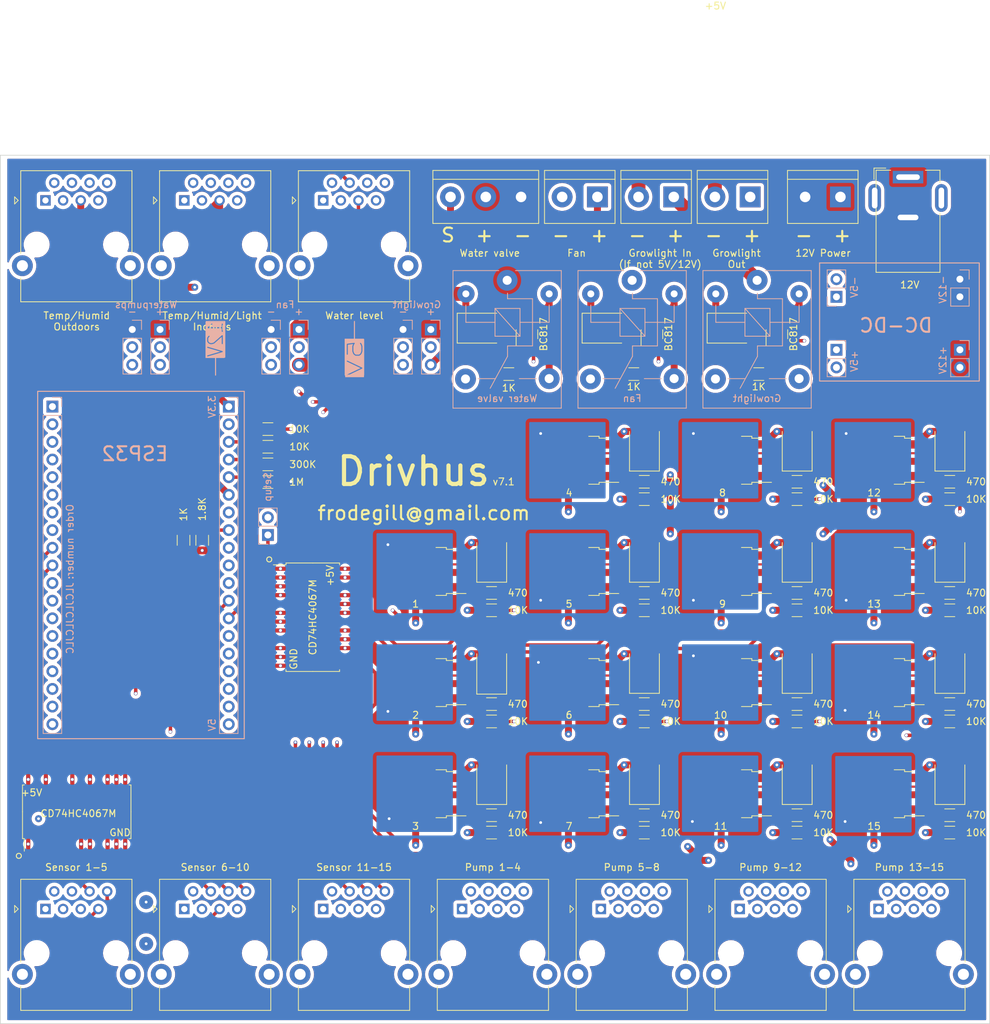
<source format=kicad_pcb>
(kicad_pcb (version 20241229) (generator "pcbnew") (generator_version "9.0")
  (layers (0 "F.Cu" signal) (4 "In1.Cu" signal "F2.Cu") (6 "In2.Cu" signal "B2.Cu") (2 "B.Cu" signal) (13 "F.Paste" user) (15 "B.Paste" user) (5 "F.SilkS" user "F.Silkscreen") (7 "B.SilkS" user "B.Silkscreen") (1 "F.Mask" user) (3 "B.Mask" user) (25 "Edge.Cuts" user))
  (net 0 "")
  (net 1 "+5V")
  (net 2 "Net-(D1-K)")
  (net 3 "-PumpPower")
  (net 4 "Net-(D2-K)")
  (net 5 "Net-(D3-K)")
  (net 6 "Net-(D4-K)")
  (net 7 "Net-(D5-K)")
  (net 8 "Net-(D6-K)")
  (net 9 "Net-(D7-K)")
  (net 10 "Net-(D8-K)")
  (net 11 "Net-(D9-K)")
  (net 12 "Net-(D10-K)")
  (net 13 "Net-(D11-K)")
  (net 14 "Net-(D12-K)")
  (net 15 "Net-(D13-K)")
  (net 16 "Net-(D14-K)")
  (net 17 "Net-(D15-K)")
  (net 18 "Net-(D16-A)")
  (net 19 "Net-(D17-A)")
  (net 20 "Net-(D18-A)")
  (net 21 "GND")
  (net 22 "+3.3V")
  (net 23 "Net-(J2-Pin_3)")
  (net 24 "Net-(J3-Pin_6)")
  (net 25 "Net-(J3-Pin_9)")
  (net 27 "Net-(J3-Pin_3)")
  (net 28 "Net-(J3-Pin_15)")
  (net 29 "Net-(J3-Pin_10)")
  (net 31 "Net-(U1-I2)")
  (net 32 "Net-(U1-I5)")
  (net 33 "Net-(U1-I4)")
  (net 34 "Net-(U1-I1)")
  (net 35 "Net-(U1-I3)")
  (net 36 "+12V")
  (net 37 "-12V")
  (net 38 "Net-(U1-I9)")
  (net 39 "Net-(U1-I8)")
  (net 40 "Net-(U1-I6)")
  (net 41 "Net-(U1-I7)")
  (net 51 "Net-(U1-I10)")
  (net 52 "+PumpPower")
  (net 53 "-FanPower")
  (net 54 "-GrowlightPower")
  (net 55 "+GrowlightPower")
  (net 56 "Net-(J21-Pin_1)")
  (net 57 "Net-(U1-I15)")
  (net 58 "+FanPower")
  (net 59 "Net-(U1-I14)")
  (net 60 "Net-(U1-I11)")
  (net 61 "Net-(U1-I12)")
  (net 62 "Net-(U1-I13)")
  (net 63 "Net-(Q1-G)")
  (net 67 "Net-(Q2-G)")
  (net 68 "Net-(Q3-G)")
  (net 69 "Net-(Q4-G)")
  (net 70 "Net-(Q5-G)")
  (net 71 "Net-(Q6-G)")
  (net 75 "Net-(Q7-G)")
  (net 76 "Net-(Q8-G)")
  (net 77 "Net-(Q9-G)")
  (net 78 "Net-(Q10-G)")
  (net 79 "Net-(Q11-G)")
  (net 80 "Net-(Q12-G)")
  (net 81 "Net-(Q13-G)")
  (net 82 "Net-(Q14-G)")
  (net 83 "Net-(Q15-G)")
  (net 84 "Net-(Q16-B)")
  (net 85 "Net-(Q17-B)")
  (net 86 "Net-(Q18-B)")
  (net 87 "Net-(U2-I2)")
  (net 88 "Net-(U2-I3)")
  (net 89 "Net-(U2-I4)")
  (net 90 "Net-(U2-I5)")
  (net 91 "Net-(U2-I6)")
  (net 92 "Net-(U2-I7)")
  (net 93 "Net-(U2-I8)")
  (net 94 "Net-(U2-I9)")
  (net 95 "Net-(U2-I10)")
  (net 96 "Net-(U2-I11)")
  (net 97 "Net-(U2-I12)")
  (net 98 "Net-(U2-I13)")
  (net 99 "Net-(U2-I14)")
  (net 100 "Net-(U2-I15)")
  (net 101 "Net-(U2-I1)")
  (net 104 "Net-(J1-Pin_8)")
  (net 105 "Net-(J1-Pin_9)")
  (net 106 "Net-(J1-Pin_3)")
  (net 107 "Net-(J1-Pin_6)")
  (net 110 "Net-(J1-Pin_15)")
  (net 111 "Net-(J1-Pin_16)")
  (net 113 "Net-(J1-Pin_2)")
  (net 114 "Net-(J1-Pin_10)")
  (net 121 "Net-(J3-Pin_4)")
  (net 122 "Net-(J3-Pin_8)")
  (net 123 "Net-(J22-Pin_1)")
  (net 124 "Net-(J3-Pin_11)")
  (net 126 "Net-(J3-Pin_12)")
  (net 127 "Net-(J3-Pin_7)")
  (net 129 "Net-(J3-Pin_5)")
  (net 130 "Net-(J23-Pin_1)")
  (net 131 "Net-(U1-COM)")
  (footprint "Package_TO_SOT_SMD:SOT-23" (layer "F.Cu") (at 180.85 58.2625 90)
    (property "Reference" "Q16" (hide yes))
    (property "Value" "BC817")
  )
  (footprint "Resistor_SMD:R_1206_3216Metric" (layer "F.Cu") (at 201.75 127.5 180)
    (property "Reference" "R27" (hide yes))
    (property "Value" "470R" (hide yes))
  )
  (footprint "Resistor_SMD:R_1206_3216Metric" (layer "F.Cu") (at 157.75 130 180)
    (property "Reference" "R5" (hide yes))
    (property "Value" "10K" (hide yes))
  )
  (footprint "Diode_SMD:D_SMB" (layer "F.Cu") (at 157.775 122.405 90)
    (property "Reference" "D1" (hide yes))
    (property "Value" "D" (hide yes))
  )
  (footprint "Resistor_SMD:R_1206_3216Metric" (layer "F.Cu") (at 113.384 87.9225 -90)
    (property "Reference" "R38" (hide yes))
    (property "Value" "1K")
  )
  (footprint "TerminalBlock:TerminalBlock_bornier-3_P5.08mm" (layer "F.Cu") (at 162 38.5 180)
    (property "Reference" "J2" (hide yes))
    (property "Value" "Water valve" (hide yes))
  )
  (footprint "Package_TO_SOT_SMD:TO-252-2" (layer "F.Cu") (at 170.775 92.405 180)
    (property "Reference" "Q4" (hide yes))
    (property "Value" "30N06L-5")
  )
  (footprint "Package_TO_SOT_SMD:TO-252-2" (layer "F.Cu") (at 214.775 108.405 180)
    (property "Reference" "Q13" (hide yes))
    (property "Value" "30N06L-14")
  )
  (footprint "Package_TO_SOT_SMD:TO-252-2" (layer "F.Cu") (at 214.775 76.405 180)
    (property "Reference" "Q11" (hide yes))
    (property "Value" "30N06L-12")
  )
  (footprint "Resistor_SMD:R_1206_3216Metric" (layer "F.Cu") (at 125.5375 71.92 180)
    (property "Reference" "R18" (hide yes))
    (property "Value" "10K" (hide yes))
  )
  (footprint "Diode_SMD:D_SMB" (layer "F.Cu") (at 192.35 57.38879)
    (property "Reference" "D17" (hide yes))
    (property "Value" "D" (hide yes))
  )
  (footprint "Resistor_SMD:R_1206_3216Metric" (layer "F.Cu") (at 179.75 127.5 180)
    (property "Reference" "R14" (hide yes))
    (property "Value" "470R" (hide yes))
  )
  (footprint "Connector_RJ:RJ45_Ninigi_GE" (layer "F.Cu") (at 113.5 141)
    (property "Reference" "J10" (hide yes))
    (property "Value" "Sensor 6-10" (hide yes))
  )
  (footprint "Resistor_SMD:R_1206_3216Metric" (layer "F.Cu") (at 223.75 98 180)
    (property "Reference" "R30" (hide yes))
    (property "Value" "10K" (hide yes))
  )
  (footprint "Resistor_SMD:R_1206_3216Metric" (layer "F.Cu") (at 179.75 82 180)
    (property "Reference" "R7" (hide yes))
    (property "Value" "10K" (hide yes))
  )
  (footprint "Connector_RJ:RJ45_Ninigi_GE" (layer "F.Cu") (at 133.5 39)
    (property "Reference" "J17" (hide yes))
    (property "Value" "Waterlevel" (hide yes))
  )
  (footprint "Resistor_SMD:R_1206_3216Metric" (layer "F.Cu") (at 179.75 130 180)
    (property "Reference" "R13" (hide yes))
    (property "Value" "10K" (hide yes))
  )
  (footprint "Diode_SMD:D_SMB" (layer "F.Cu") (at 179.775 74.405 90)
    (property "Reference" "D3" (hide yes))
    (property "Value" "D" (hide yes))
  )
  (footprint "Connector_RJ:RJ45_Ninigi_GE" (layer "F.Cu") (at 93.5 39)
    (property "Reference" "J12" (hide yes))
    (property "Value" "Temp/Humid Outdoors" (hide yes))
  )
  (footprint "Connector_RJ:RJ45_Ninigi_GE" (layer "F.Cu") (at 173.5 141)
    (property "Reference" "J14" (hide yes))
    (property "Value" "Pump 5-8" (hide yes))
  )
  (footprint "Package_TO_SOT_SMD:TO-252-2" (layer "F.Cu") (at 192.775 108.405 180)
    (property "Reference" "Q9" (hide yes))
    (property "Value" "30N06L-10")
  )
  (footprint "Diode_SMD:D_SMB" (layer "F.Cu") (at 201.775 106.405 90)
    (property "Reference" "D9" (hide yes))
    (property "Value" "D" (hide yes))
  )
  (footprint "Connector_RJ:RJ45_Ninigi_GE" (layer "F.Cu") (at 113.5 39)
    (property "Reference" "J11" (hide yes))
    (property "Value" "Temp/Humid/Light Indoors" (hide yes))
  )
  (footprint "Package_TO_SOT_SMD:TO-252-2" (layer "F.Cu") (at 170.775 108.405 180)
    (property "Reference" "Q5" (hide yes))
    (property "Value" "30N06L-6")
  )
  (footprint "Resistor_SMD:R_1206_3216Metric" (layer "F.Cu") (at 201.75 98 180)
    (property "Reference" "R17" (hide yes))
    (property "Value" "10K" (hide yes))
  )
  (footprint "Package_TO_SOT_SMD:TO-252-2" (layer "F.Cu") (at 192.775 124.405 180)
    (property "Reference" "Q10" (hide yes))
    (property "Value" "30N06L-11")
  )
  (footprint "Resistor_SMD:R_1206_3216Metric" (layer "F.Cu") (at 125.5375 77 180)
    (property "Reference" "R1" (hide yes))
    (property "Value" "1M" (hide yes))
  )
  (footprint "Resistor_SMD:R_1206_3216Metric" (layer "F.Cu") (at 179.75 98 180)
    (property "Reference" "R9" (hide yes))
    (property "Value" "10K" (hide yes))
  )
  (footprint "Diode_SMD:D_SMB" (layer "F.Cu") (at 201.775 74.405 90)
    (property "Reference" "D7" (hide yes))
    (property "Value" "D" (hide yes))
  )
  (footprint "Resistor_SMD:R_1206_3216Metric" (layer "F.Cu") (at 157.75 98 180)
    (property "Reference" "R36" (hide yes))
    (property "Value" "10K" (hide yes))
  )
  (footprint "Package_TO_SOT_SMD:SOT-23" (layer "F.Cu") (at 162.85 58.2625 90)
    (property "Reference" "Q18" (hide yes))
    (property "Value" "BC817")
  )
  (footprint "Resistor_SMD:R_1206_3216Metric" (layer "F.Cu") (at 125.5375 79.54)
    (property "Reference" "R2" (hide yes))
    (property "Value" "300K" (hide yes))
  )
  (footprint "Package_TO_SOT_SMD:TO-252-2" (layer "F.Cu") (at 170.775 124.405 180)
    (property "Reference" "Q6" (hide yes))
    (property "Value" "30N06L-7")
  )
  (footprint "Resistor_SMD:R_1206_3216Metric" (layer "F.Cu") (at 223.75 79.5 180)
    (property "Reference" "R29" (hide yes))
    (property "Value" "470R" (hide yes))
  )
  (footprint "Resistor_SMD:R_1206_3216Metric" (layer "F.Cu") (at 223.75 95.5 180)
    (property "Reference" "R31" (hide yes))
    (property "Value" "470R" (hide yes))
  )
  (footprint "Diode_SMD:D_SMB" (layer "F.Cu") (at 201.775 122.405 90)
    (property "Reference" "D10" (hide yes))
    (property "Value" "D" (hide yes))
  )
  (footprint "Package_TO_SOT_SMD:TO-252-2" (layer "F.Cu") (at 192.775 92.405 180)
    (property "Reference" "Q8" (hide yes))
    (property "Value" "30N06L-9")
  )
  (footprint "Package_TO_SOT_SMD:TO-252-2" (layer "F.Cu") (at 214.775 124.405 180)
    (property "Reference" "Q14" (hide yes))
    (property "Value" "30N06L-15")
  )
  (footprint "Resistor_SMD:R_1206_3216Metric" (layer "F.Cu") (at 223.75 111.5 180)
    (property "Reference" "R33" (hide yes))
    (property "Value" "470R" (hide yes))
  )
  (footprint "Package_TO_SOT_SMD:TO-252-2" (layer "F.Cu") (at 148.775 124.405 180)
    (property "Reference" "Q2" (hide yes))
    (property "Value" "30N06L-3")
  )
  (footprint "TerminalBlock:TerminalBlock_bornier-2_P5.08mm" (layer "F.Cu") (at 208 38.5 180)
    (property "Reference" "J7" (hide yes))
    (property "Value" "12V Power connector" (hide yes))
  )
  (footprint "Package_TO_SOT_SMD:SOT-23" (layer "F.Cu") (at 198.85 58.2625 90)
    (property "Reference" "Q17" (hide yes))
    (property "Value" "BC817")
  )
  (footprint "Resistor_SMD:R_1206_3216Metric" (layer "F.Cu") (at 179.75 111.5 180)
    (property "Reference" "R12" (hide yes))
    (property "Value" "470R" (hide yes))
  )
  (footprint "Diode_SMD:D_SMB" (layer "F.Cu") (at 156.35 57.38879)
    (property "Reference" "D18" (hide yes))
    (property "Value" "D" (hide yes))
  )
  (footprint "Package_TO_SOT_SMD:TO-252-2" (layer "F.Cu") (at 148.775 108.405 180)
    (property "Reference" "Q1" (hide yes))
    (property "Value" "30N06L-2")
  )
  (footprint "Package_SO:SOIC-24W_7.5x15.4mm_P1.27mm" (layer "F.Cu") (at 132 99)
    (property "Reference" "U2" (hide yes))
    (property "Value" "CD74HC4067M")
  )
  (footprint "CustomLibrary:BarrelJack_Wuerth_6941xx301002" (layer "F.Cu") (at 217.7375 35.65)
    (property "Reference" "J5" (hide yes))
    (property "Value" "Conn_Coaxial_Power" (hide yes))
  )
  (footprint "Resistor_SMD:R_1206_3216Metric" (layer "F.Cu") (at 125.5375 74.46 180)
    (property "Reference" "R19" (hide yes))
    (property "Value" "10K" (hide yes))
  )
  (footprint "Connector_RJ:RJ45_Ninigi_GE" (layer "F.Cu") (at 93.5 141)
    (property "Reference" "J4" (hide yes))
    (property "Value" "Sensor 1-5" (hide yes))
  )
  (footprint "Diode_SMD:D_SMB" (layer "F.Cu") (at 223.775 106.405 90)
    (property "Reference" "D13" (hide yes))
    (property "Value" "D" (hide yes))
  )
  (footprint "Connector_RJ:RJ45_Ninigi_GE" (layer "F.Cu") (at 153.5 141)
    (property "Reference" "J13" (hide yes))
    (property "Value" "Pump 1-4" (hide yes))
  )
  (footprint "Resistor_SMD:R_1206_3216Metric" (layer "F.Cu") (at 196.2375 64)
    (property "Reference" "R21" (hide yes))
    (property "Value" "1K")
  )
  (footprint "Package_TO_SOT_SMD:TO-252-2" (layer "F.Cu") (at 214.775 92.405 180)
    (property "Reference" "Q12" (hide yes))
    (property "Value" "30N06L-13")
  )
  (footprint "Resistor_SMD:R_1206_3216Metric" (layer "F.Cu") (at 223.75 127.5 180)
    (property "Reference" "R35" (hide yes))
    (property "Value" "470R" (hide yes))
  )
  (footprint "TerminalBlock:TerminalBlock_bornier-2_P5.08mm" (layer "F.Cu") (at 184 38.5 180)
    (property "Reference" "J18" (hide yes))
    (property "Value" "Growlight In" (hide yes))
  )
  (footprint "Resistor_SMD:R_1206_3216Metric" (layer "F.Cu") (at 179.75 95.5 180)
    (property "Reference" "R10" (hide yes))
    (property "Value" "470R" (hide yes))
  )
  (footprint "Resistor_SMD:R_1206_3216Metric" (layer "F.Cu") (at 157.75 127.5 180)
    (property "Reference" "R6" (hide yes))
    (property "Value" "470R" (hide yes))
  )
  (footprint "Diode_SMD:D_SMB" (layer "F.Cu") (at 157.775 90.405 90)
    (property "Reference" "D15" (hide yes))
    (property "Value" "D" (hide yes))
  )
  (footprint "Diode_SMD:D_SMB" (layer "F.Cu") (at 179.775 106.405 90)
    (property "Reference" "D5" (hide yes))
    (property "Value" "D" (hide yes))
  )
  (footprint "Diode_SMD:D_SMB" (layer "F.Cu") (at 157.775 106.405 90)
    (property "Reference" "D2" (hide yes))
    (property "Value" "D" (hide yes))
  )
  (footprint "Diode_SMD:D_SMB" (layer "F.Cu") (at 223.775 90.405 90)
    (property "Reference" "D12" (hide yes))
    (property "Value" "D" (hide yes))
  )
  (footprint "Resistor_SMD:R_1206_3216Metric" (layer "F.Cu") (at 223.75 114 180)
    (property "Reference" "R32" (hide yes))
    (property "Value" "10K" (hide yes))
  )
  (footprint "Package_TO_SOT_SMD:TO-252-2" (layer "F.Cu") (at 192.775 76.405 180)
    (property "Reference" "Q7" (hide yes))
    (property "Value" "30N06L-8")
  )
  (footprint "Resistor_SMD:R_1206_3216Metric" (layer "F.Cu") (at 178.2375 64)
    (property "Reference" "R20" (hide yes))
    (property "Value" "1K")
  )
  (footprint "Diode_SMD:D_SMB" (layer "F.Cu") (at 179.775 122.405 90)
    (property "Reference" "D6" (hide yes))
    (property "Value" "D" (hide yes))
  )
  (footprint "Resistor_SMD:R_1206_3216Metric" (layer "F.Cu") (at 179.75 114 180)
    (property "Reference" "R11" (hide yes))
    (property "Value" "10K" (hide yes))
  )
  (footprint "Resistor_SMD:R_1206_3216Metric" (layer "F.Cu") (at 157.75 114 180)
    (property "Reference" "R3" (hide yes))
    (property "Value" "10K" (hide yes))
  )
  (footprint "Connector_RJ:RJ45_Ninigi_GE" (layer "F.Cu") (at 193.5 141)
    (property "Reference" "J15" (hide yes))
    (property "Value" "Pump 9-12" (hide yes))
  )
  (footprint "Resistor_SMD:R_1206_3216Metric" (layer "F.Cu") (at 157.75 111.5 180)
    (property "Reference" "R4" (hide yes))
    (property "Value" "470R" (hide yes))
  )
  (footprint "Connector_RJ:RJ45_Ninigi_GE" (layer "F.Cu") (at 133.5 141)
    (property "Reference" "J33" (hide yes))
    (property "Value" "Sensor 11-15" (hide yes))
  )
  (footprint "Resistor_SMD:R_1206_3216Metric" (layer "F.Cu") (at 160.2375 64)
    (property "Reference" "R22" (hide yes))
    (property "Value" "1K")
  )
  (footprint "TerminalBlock:TerminalBlock_bornier-2_P5.08mm" (layer "F.Cu") (at 195 38.5 180)
    (property "Reference" "J23" (hide yes))
    (property "Value" "Growlight Out" (hide yes))
  )
  (footprint "Resistor_SMD:R_1206_3216Metric" (layer "F.Cu") (at 201.75 95.5 180)
    (property "Reference" "R23" (hide yes))
    (property "Value" "470R" (hide yes))
  )
  (footprint "Connector_RJ:RJ45_Ninigi_GE" (layer "F.Cu") (at 213.5 141)
    (property "Reference" "J16" (hide yes))
    (property "Value" "Pump 13-15" (hide yes))
  )
  (footprint "Resistor_SMD:R_1206_3216Metric" (layer "F.Cu") (at 223.75 130 180)
    (property "Reference" "R34" (hide yes))
    (property "Value" "10K" (hide yes))
  )
  (footprint "Resistor_SMD:R_1206_3216Metric" (layer "F.Cu") (at 223.75 82 180)
    (property "Reference" "R28" (hide yes))
    (property "Value" "10K" (hide yes))
  )
  (footprint "Diode_SMD:D_SMB" (layer "F.Cu") (at 223.775 74.405 90)
    (property "Reference" "D11" (hide yes))
    (property "Value" "D" (hide yes))
  )
  (footprint "Resistor_SMD:R_1206_3216Metric" (layer "F.Cu") (at 179.75 79.5 180)
    (property "Reference" "R8" (hide yes))
    (property "Value" "470R" (hide yes))
  )
  (footprint "Diode_SMD:D_SMB" (layer "F.Cu") (at 179.775 90.405 90)
    (property "Reference" "D4" (hide yes))
    (property "Value" "D" (hide yes))
  )
  (footprint "Resistor_SMD:R_1206_3216Metric" (layer "F.Cu") (at 157.75 95.5 180)
    (property "Reference" "R37" (hide yes))
    (property "Value" "470R" (hide yes))
  )
  (footprint "Diode_SMD:D_SMB" (layer "F.Cu") (at 223.775 122.405 90)
    (property "Reference" "D14" (hide yes))
    (property "Value" "D" (hide yes))
  )
  (footprint "Diode_SMD:D_SMB" (layer "F.Cu") (at 174.35 57.38879)
    (property "Reference" "D16" (hide yes))
    (property "Value" "D" (hide yes))
  )
  (footprint "Package_TO_SOT_SMD:TO-252-2" (layer "F.Cu") (at 148.775 92.405 180)
    (property "Reference" "Q15" (hide yes))
    (property "Value" "30N06L-1")
  )
  (footprint "Resistor_SMD:R_1206_3216Metric" (layer "F.Cu") (at 201.75 111.5 180)
    (property "Reference" "R25" (hide yes))
    (property "Value" "470R" (hide yes))
  )
  (footprint "Resistor_SMD:R_1206_3216Metric" (layer "F.Cu") (at 201.75 79.5 180)
    (property "Reference" "R16" (hide yes))
    (property "Value" "470R" (hide yes))
  )
  (footprint "Resistor_SMD:R_1206_3216Metric" (layer "F.Cu") (at 116.078 87.9225 90)
    (property "Reference" "R39" (hide yes))
    (property "Value" "1.8K")
  )
  (footprint "Resistor_SMD:R_1206_3216Metric" (layer "F.Cu") (at 201.75 114 180)
    (property "Reference" "R24" (hide yes))
    (property "Value" "10K" (hide yes))
  )
  (footprint "Diode_SMD:D_SMB" (layer "F.Cu") (at 201.775 90.405 90)
    (property "Reference" "D8" (hide yes))
    (property "Value" "D" (hide yes))
  )
  (footprint "Resistor_SMD:R_1206_3216Metric" (layer "F.Cu") (at 201.75 130 180)
    (property "Reference" "R26" (hide yes))
    (property "Value" "10K" (hide yes))
  )
  (footprint "Package_TO_SOT_SMD:TO-252-2" (layer "F.Cu") (at 170.775 76.405 180)
    (property "Reference" "Q3" (hide yes))
    (property "Value" "30N06L-4")
  )
  (footprint "TerminalBlock:TerminalBlock_bornier-2_P5.08mm" (layer "F.Cu") (at 173 38.5 180)
    (property "Reference" "J21" (hide yes))
    (property "Value" "Fan" (hide yes))
  )
  (footprint "Package_SO:SOIC-24W_7.5x15.4mm_P1.27mm" (layer "F.Cu") (at 98 127 90)
    (property "Reference" "U1" (hide yes))
    (property "Value" "CD74HC4067M")
  )
  (footprint "Resistor_SMD:R_1206_3216Metric" (layer "F.Cu") (at 201.75 82 180)
    (property "Reference" "R15" (hide yes))
    (property "Value" "10K" (hide yes))
  )
  (footprint "Connector_PinHeader_2.54mm:PinHeader_1x19_P2.54mm_Vertical" (layer "B.Cu") (at 119.9 68.68 180)
    (property "Reference" "J3" (hide yes))
    (property "Value" "ESP32 Power side")
  )
  (footprint "Connector_PinHeader_2.54mm:PinHeader_1x19_P2.54mm_Vertical" (layer "B.Cu") (at 94.5 68.68 180)
    (property "Reference" "J1" (hide yes))
    (property "Value" "ESP32 pin side")
  )
  (footprint "Connector_PinHeader_2.54mm:PinHeader_1x02_P2.54mm_Vertical" (layer "B.Cu") (at 207.43 52.88)
    (property "Reference" "J19" (hide yes))
    (property "Value" "-5V" (hide yes))
  )
  (footprint "Relay_THT:Relay_SPDT_SANYOU_SRD_Series_Form_C" (layer "B.Cu") (at 178 50.5 -90)
    (property "Reference" "K16" (hide yes))
    (property "Value" "Fan_relay" (hide yes))
  )
  (footprint "Relay_THT:Relay_SPDT_SANYOU_SRD_Series_Form_C" (layer "B.Cu") (at 196 50.5 -90)
    (property "Reference" "K17" (hide yes))
    (property "Value" "Growlight_relay" (hide yes))
  )
  (footprint "Connector_PinHeader_2.54mm:PinHeader_1x03_P2.54mm_Vertical" (layer "B.Cu") (at 149 57.58 180)
    (property "Reference" "J28" (hide yes))
    (property "Value" "Growlight_+12V/+5V" (hide yes))
  )
  (footprint "Relay_THT:Relay_SPDT_SANYOU_SRD_Series_Form_C" (layer "B.Cu") (at 160 50.5 -90)
    (property "Reference" "K18" (hide yes))
    (property "Value" "Watervalve_relay" (hide yes))
  )
  (footprint "Connector_PinHeader_2.54mm:PinHeader_1x02_P2.54mm_Vertical" (layer "B.Cu") (at 207.43 60.5 180)
    (property "Reference" "J9" (hide yes))
    (property "Value" "+5V" (hide yes))
  )
  (footprint "Connector_PinHeader_2.54mm:PinHeader_1x03_P2.54mm_Vertical" (layer "B.Cu") (at 145 57.58 180)
    (property "Reference" "J24" (hide yes))
    (property "Value" "Growlight_-12V/-5V" (hide yes))
  )
  (footprint "Connector_PinHeader_2.54mm:PinHeader_1x03_P2.54mm_Vertical" (layer "B.Cu") (at 110 57.58 180)
    (property "Reference" "J25" (hide yes))
    (property "Value" "Waterpump_+12V/+5V" (hide yes))
  )
  (footprint "Connector_PinHeader_2.54mm:PinHeader_1x03_P2.54mm_Vertical" (layer "B.Cu") (at 106 57.58 180)
    (property "Reference" "J34" (hide yes))
    (property "Value" "Waterpump_-12V/-5V" (hide yes))
  )
  (footprint "Connector_PinHeader_2.54mm:PinHeader_1x03_P2.54mm_Vertical" (layer "B.Cu") (at 126 57.58 180)
    (property "Reference" "J26" (hide yes))
    (property "Value" "Fan_-12V/-5V" (hide yes))
  )
  (footprint "Connector_PinHeader_2.54mm:PinHeader_1x02_P2.54mm_Vertical" (layer "B.Cu") (at 125.5375 87.16)
    (property "Reference" "J22" (hide yes))
    (property "Value" "Setup" (hide yes))
  )
  (footprint "Connector_PinHeader_2.54mm:PinHeader_1x02_P2.54mm_Vertical" (layer "B.Cu") (at 225.21 50.34 180)
    (property "Reference" "J6" (hide yes))
    (property "Value" "-12V" (hide yes))
  )
  (footprint "Connector_PinHeader_2.54mm:PinHeader_1x03_P2.54mm_Vertical" (layer "B.Cu") (at 130 57.58 180)
    (property "Reference" "J27" (hide yes))
    (property "Value" "Fan_+12V/+5V" (hide yes))
  )
  (footprint "Connector_PinHeader_2.54mm:PinHeader_1x02_P2.54mm_Vertical" (layer "B.Cu") (at 225.21 60.5 180)
    (property "Reference" "J8" (hide yes))
    (property "Value" "+12V" (hide yes))
  )
  (gr_circle (center 125.73 90.678) (end 125.984 90.932) (stroke (width 0.15)) (fill no) (layer "F.SilkS"))
  (gr_circle (center 89.662 133.35) (end 89.916 133.604) (stroke (width 0.15)) (fill no) (layer "F.SilkS"))
  (gr_rect (start 116.67 56.43) (end 119.33 61.57) (stroke (width 0.15)) (fill no) (layer "B.SilkS"))
  (gr_rect (start 136.67 59) (end 139.3 59.4) (stroke (width 0.15)) (fill yes) (layer "B.SilkS"))
  (gr_line (start 122.13 66.48) (end 92.38 66.48) (stroke (width 0.15)) (layer "B.SilkS"))
  (gr_rect (start 205 48) (end 228 65) (stroke (width 0.15)) (fill no) (layer "B.SilkS"))
  (gr_line (start 138 59) (end 138 56.42) (stroke (width 0.15)) (layer "B.SilkS"))
  (gr_line (start 118 64.15) (end 118 61.57) (stroke (width 0.15)) (layer "B.SilkS"))
  (gr_line (start 92.38 66.48) (end 92.38 116.48) (stroke (width 0.15)) (layer "B.SilkS"))
  (gr_line (start 92.38 116.48) (end 122.13 116.48) (stroke (width 0.15)) (layer "B.SilkS"))
  (gr_rect (start 136.67 59) (end 139.33 64.14) (stroke (width 0.15)) (fill no) (layer "B.SilkS"))
  (gr_line (start 122.13 116.48) (end 122.13 66.48) (stroke (width 0.15)) (layer "B.SilkS"))
  (gr_line (start 229.5 32.5) (end 87 32.5) (stroke (width 0.1)) (layer "Edge.Cuts"))
  (gr_line (start 87 157.5) (end 229.5 157.5) (stroke (width 0.1)) (layer "Edge.Cuts"))
  (gr_line (start 87 32.5) (end 87 157.5) (stroke (width 0.1)) (layer "Edge.Cuts"))
  (gr_line (start 229.5 157.5) (end 229.5 32.5) (stroke (width 0.1)) (layer "Edge.Cuts"))
  (gr_text "470" (at 204 95.5 0) (layer "F.SilkS") (effects (font (size 1 1)) (justify left)))
  (gr_text "Pump 9-12" (at 197.945 135 0) (layer "F.SilkS") (effects (font (size 1 1))))
  (gr_text "Temp/Humid\nOutdoors" (at 98 55 0) (layer "F.SilkS") (effects (font (size 1 1)) (justify top)))
  (gr_text "10" (at 190.754 113.09 0) (layer "F.SilkS") (effects (font (size 1 1))))
  (gr_text "Pump 13-15" (at 217.945 135 0) (layer "F.SilkS") (effects (font (size 1 1))))
  (gr_text "470" (at 204 111.5 0) (layer "F.SilkS") (effects (font (size 1 1)) (justify left)))
  (gr_text "470" (at 182 127.5 0) (layer "F.SilkS") (effects (font (size 1 1)) (justify left)))
  (gr_text "Growlight\nOut" (at 193.04 46 0) (layer "F.SilkS") (effects (font (size 1 1)) (justify top)))
  (gr_text "v7.1" (at 159.5 79.5 0) (layer "F.SilkS") (effects (font (size 1 1))))
  (gr_text "5" (at 168.91 97.09 0) (layer "F.SilkS") (effects (font (size 1 1))))
  (gr_text "3" (at 146.812 129.09 0) (layer "F.SilkS") (effects (font (size 1 1))))
  (gr_text "470" (at 182 111.5 0) (layer "F.SilkS") (effects (font (size 1 1)) (justify left)))
  (gr_text "+5V" (at 91.5 124.25 0) (layer "F.SilkS") (effects (font (size 1 1))))
  (gr_text "+5V" (at 190 11 0) (layer "F.SilkS") (effects (font (size 1 1))))
  (gr_text "470" (at 182 79.5 0) (layer "F.SilkS") (effects (font (size 1 1)) (justify left)))
  (gr_text "7" (at 168.91 129.09 0) (layer "F.SilkS") (effects (font (size 1 1))))
  (gr_text "10K" (at 226 98 0) (layer "F.SilkS") (effects (font (size 1 1)) (justify left)))
  (gr_text "frodegill@gmail.com" (at 148 84 0) (layer "F.SilkS") (effects (font (size 2 2) (thickness 0.3))))
  (gr_text "470" (at 226 79.5 0) (layer "F.SilkS") (effects (font (size 1 1)) (justify left)))
  (gr_text "2" (at 146.812 113.09 0) (layer "F.SilkS") (effects (font (size 1 1))))
  (gr_text "10K" (at 160 114 0) (layer "F.SilkS") (effects (font (size 1 1)) (justify left)))
  (gr_text "12V Power" (at 205.5 46 0) (layer "F.SilkS") (effects (font (size 1 1)) (justify top)))
  (gr_text "11" (at 190.754 129.09 0) (layer "F.SilkS") (effects (font (size 1 1))))
  (gr_text "10K" (at 182 130 0) (layer "F.SilkS") (effects (font (size 1 1)) (justify left)))
  (gr_text "Sensor 1-5" (at 97.945 135 0) (layer "F.SilkS") (effects (font (size 1 1))))
  (gr_text "-  +" (at 205.5 44 0) (layer "F.SilkS") (effects (font (size 2 2) (thickness 0.3))))
  (gr_text "4" (at 168.91 81.09 0) (layer "F.SilkS") (effects (font (size 1 1))))
  (gr_text "10K" (at 182 114 0) (layer "F.SilkS") (effects (font (size 1 1)) (justify left)))
  (gr_text "GND" (at 129.25 105 90) (layer "F.SilkS") (effects (font (size 1 1))))
  (gr_text "-  +" (at 170.5 44 0) (layer "F.SilkS") (effects (font (size 2 2) (thickness 0.3))))
  (gr_text "470" (at 160 111.5 0) (layer "F.SilkS") (effects (font (size 1 1)) (justify left)))
  (gr_text "9" (at 191.008 97.09 0) (layer "F.SilkS") (effects (font (size 1 1))))
  (gr_text "1" (at 146.812 97.09 0) (layer "F.SilkS") (effects (font (size 1 1))))
  (gr_text "12V" (at 217.9975 51.15 0) (layer "F.SilkS") (effects (font (size 1 1))))
  (gr_text "-  +" (at 192.5 44 0) (layer "F.SilkS") (effects (font (size 2 2) (thickness 0.3))))
  (gr_text "+5V" (at 134.5 93 90) (layer "F.SilkS") (effects (font (size 1 1))))
  (gr_text "10K" (at 128.5375 74.46 0) (layer "F.SilkS") (effects (font (size 1 1)) (justify left)))
  (gr_text "10K" (at 160 98 0) (layer "F.SilkS") (effects (font (size 1 1)) (justify left)))
  (gr_text "470" (at 226 127.5 0) (layer "F.SilkS") (effects (font (size 1 1)) (justify left)))
  (gr_text "10K" (at 128.5375 71.92 0) (layer "F.SilkS") (effects (font (size 1 1)) (justify left)))
  (gr_text "Water level" (at 138 55 0) (layer "F.SilkS") (effects (font (size 1 1)) (justify top)))
  (gr_text "10K" (at 204 98 0) (layer "F.SilkS") (effects (font (size 1 1)) (justify left)))
  (gr_text "14" (at 212.852 113.09 0) (layer "F.SilkS") (effects (font (size 1 1))))
  (gr_text "1M" (at 128.5375 79.54 0) (layer "F.SilkS") (effects (font (size 1 1)) (justify left)))
  (gr_text "GND" (at 104.25 130 0) (layer "F.SilkS") (effects (font (size 1 1))))
  (gr_text "6" (at 168.91 113.09 0) (layer "F.SilkS") (effects (font (size 1 1))))
  (gr_text "10K" (at 160 130 0) (layer "F.SilkS") (effects (font (size 1 1)) (justify left)))
  (gr_text "10K" (at 204 114 0) (layer "F.SilkS") (effects (font (size 1 1)) (justify left)))
  (gr_text "10K" (at 182 82 0) (layer "F.SilkS") (effects (font (size 1 1)) (justify left)))
  (gr_text "10K" (at 226 130 0) (layer "F.SilkS") (effects (font (size 1 1)) (justify left)))
  (gr_text "13" (at 212.852 97.09 0) (layer "F.SilkS") (effects (font (size 1 1))))
  (gr_text "470" (at 204 127.5 0) (layer "F.SilkS") (effects (font (size 1 1)) (justify left)))
  (gr_text "Sensor 11-15" (at 137.945 135 0) (layer "F.SilkS") (effects (font (size 1 1))))
  (gr_text "470" (at 226 95.5 0) (layer "F.SilkS") (effects (font (size 1 1)) (justify left)))
  (gr_text "Pump 5-8" (at 177.945 135 0) (layer "F.SilkS") (effects (font (size 1 1))))
  (gr_text "S  +  -" (at 157 44 0) (layer "F.SilkS") (effects (font (size 2 2) (thickness 0.3))))
  (gr_text "Sensor 6-10" (at 117.945 135 0) (layer "F.SilkS") (effects (font (size 1 1))))
  (gr_text "470" (at 160 95.5 0) (layer "F.SilkS") (effects (font (size 1 1)) (justify left)))
  (gr_text "10K" (at 182 98 0) (layer "F.SilkS") (effects (font (size 1 1)) (justify left)))
  (gr_text "470" (at 226 111.5 0) (layer "F.SilkS") (effects (font (size 1 1)) (justify left)))
  (gr_text "15" (at 212.852 129.09 0) (layer "F.SilkS") (effects (font (size 1 1))))
  (gr_text "470" (at 204 79.5 0) (layer "F.SilkS") (effects (font (size 1 1)) (justify left)))
  (gr_text "10K" (at 204 130 0) (layer "F.SilkS") (effects (font (size 1 1)) (justify left)))
  (gr_text "300K" (at 128.5375 77 0) (layer "F.SilkS") (effects (font (size 1 1)) (justify left)))
  (gr_text "Pump 1-4" (at 157.945 135 0) (layer "F.SilkS") (effects (font (size 1 1))))
  (gr_text "470" (at 182 95.5 0) (layer "F.SilkS") (effects (font (size 1 1)) (justify left)))
  (gr_text "Water valve" (at 157.5 46 0) (layer "F.SilkS") (effects (font (size 1 1)) (justify top)))
  (gr_text "8" (at 191.008 81.09 0) (layer "F.SilkS") (effects (font (size 1 1))))
  (gr_text "10K" (at 226 82 0) (layer "F.SilkS") (effects (font (size 1 1)) (justify left)))
  (gr_text "Growlight In\n(If not 5V/12V)" (at 182.04 46 0) (layer "F.SilkS") (effects (font (size 1 1)) (justify top)))
  (gr_text "470" (at 160 127.5 0) (layer "F.SilkS") (effects (font (size 1 1)) (justify left)))
  (gr_text "Drivhus" (at 146.5 78 0) (layer "F.SilkS") (effects (font (size 4 4) (thickness 0.6))))
  (gr_text "Fan" (at 170 46 0) (layer "F.SilkS") (effects (font (size 1 1)) (justify top)))
  (gr_text "10K" (at 226 114 0) (layer "F.SilkS") (effects (font (size 1 1)) (justify left)))
  (gr_text "10K" (at 204 82 0) (layer "F.SilkS") (effects (font (size 1 1)) (justify left)))
  (gr_text "Temp/Humid/Light\nIndoors" (at 117.5 55 0) (layer "F.SilkS") (effects (font (size 1 1)) (justify top)))
  (gr_text "12" (at 212.852 81.09 0) (layer "F.SilkS") (effects (font (size 1 1))))
  (gr_text "-  +" (at 181.5 44 0) (layer "F.SilkS") (effects (font (size 2 2) (thickness 0.3))))
  (gr_text "5V" (at 138.11 61.71 90) (layer "B.SilkS" knockout) (effects (font (size 2.1 3)) (justify mirror)))
  (gr_text "12V" (at 118 59 90) (layer "B.SilkS" knockout) (effects (font (size 2.1 1.85)) (justify mirror)))
  (gr_text "Setup" (at 125.5 80.25 90) (layer "B.SilkS") (effects (font (size 1 1)) (justify mirror)))
  (gr_text "Waterpumps" (at 108 54 0) (layer "B.SilkS") (effects (font (size 1 1)) (justify mirror)))
  (gr_text "+" (at 110 55 0) (layer "B.SilkS") (effects (font (size 1 1)) (justify mirror)))
  (gr_text "Growlight" (at 196 67.5 0) (layer "B.SilkS") (effects (font (size 1 1)) (justify mirror)))
  (gr_text "+12V" (at 222.75 62 90) (layer "B.SilkS") (effects (font (size 1 1)) (justify mirror)))
  (gr_text "-5V" (at 210 51.5 90) (layer "B.SilkS") (effects (font (size 1 1)) (justify mirror)))
  (gr_text "ESP32" (at 106.38 75.48 0) (layer "B.SilkS") (effects (font (size 2 2) (thickness 0.3)) (justify mirror)))
  (gr_text "DC-DC" (at 216 57 0) (layer "B.SilkS") (effects (font (size 2 2) (thickness 0.3)) (justify mirror)))
  (gr_text "Growlight" (at 147 54 0) (layer "B.SilkS") (effects (font (size 1 1)) (justify mirror)))
  (gr_text "-" (at 106 55 0) (layer "B.SilkS") (effects (font (size 1 1)) (justify mirror)))
  (gr_text "Water valve" (at 160 67.5 0) (layer "B.SilkS") (effects (font (size 1 1)) (justify mirror)))
  (gr_text "-12V" (at 222.75 51.84 90) (layer "B.SilkS") (effects (font (size 1 1)) (justify mirror)))
  (gr_text "Fan" (at 128 54 0) (layer "B.SilkS") (effects (font (size 1 1)) (justify mirror)))
  (gr_text "Order number:" (at 97.028 88.138 90) (layer "B.SilkS") (effects (font (size 1 1)) (justify mirror)))
  (gr_text "5V" (at 117.5 114.5 90) (layer "B.SilkS") (effects (font (size 1 1)) (justify mirror)))
  (gr_text "-" (at 126 55 0) (layer "B.SilkS") (effects (font (size 1 1)) (justify mirror)))
  (gr_text "-" (at 145 55 0) (layer "B.SilkS") (effects (font (size 1 1)) (justify mirror)))
  (gr_text "JLCJLCJLCJLC" (at 97.028 99.138 90) (layer "B.SilkS") (effects (font (size 1 1)) (justify mirror)))
  (gr_text "+" (at 149 55 0) (layer "B.SilkS") (effects (font (size 1 1)) (justify mirror)))
  (gr_text "+5V" (at 210 62.16 90) (layer "B.SilkS") (effects (font (size 1 1)) (justify mirror)))
  (gr_text "+" (at 130 55 0) (layer "B.SilkS") (effects (font (size 1 1)) (justify mirror)))
  (gr_text "3.3V" (at 117.5 68.7 90) (layer "B.SilkS") (effects (font (size 1 1)) (justify mirror)))
  (gr_text "Fan" (at 178 67.5 0) (layer "B.SilkS") (effects (font (size 1 1)) (justify mirror)))
  (segment (start 130 62.66) (end 131.202081 62.66) (width 2) (layer "F.Cu") (net 1))
  (segment (start 154.05 52.45) (end 154.05 57.23879) (width 1) (layer "F.Cu") (net 1))
  (segment (start 190.05 57.23879) (end 190.2 57.38879) (width 1) (layer "F.Cu") (net 1))
  (segment (start 190.05 52.45) (end 190.05 57.23879) (width 1) (layer "F.Cu") (net 1))
  (segment (start 131.202081 62.66) (end 141.412081 52.45) (width 2) (layer "F.Cu") (net 1))
  (segment (start 172.05 52.45) (end 172.05 57.23879) (width 1) (layer "F.Cu") (net 1))
  (segment (start 172.05 57.23879) (end 172.2 57.38879) (width 1) (layer "F.Cu") (net 1))
  (segment (start 154.05 57.23879) (end 154.2 57.38879) (width 1) (layer "F.Cu") (net 1))
  (segment (start 141.412081 52.45) (end 154.05 52.45) (width 2) (layer "F.Cu") (net 1))
  (segment (start 154.2 57.46) (end 149 62.66) (width 1) (layer "F.Cu") (net 1))
  (segment (start 154.2 57.38879) (end 154.2 57.46) (width 1) (layer "F.Cu") (net 1))
  (via (at 108 140) (size 2) (drill 0.4) (layers "F.Cu" "B.Cu") (net 1))
  (via (at 108 146) (size 2) (drill 0.4) (layers "F.Cu" "B.Cu") (net 1))
  (via (at 92.5 128) (size 1) (drill 0.4) (layers "F.Cu" "B.Cu") (net 1))
  (via (at 136.65 92.015) (size 0.5) (drill 0.4) (layers "F.Cu" "B.Cu") (net 1))
  (via (at 91.015 122.35) (size 0.5) (drill 0.4) (layers "F.Cu" "B.Cu") (net 1))
  (segment (start 157.775 124.555) (end 146.825 124.555) (width 1) (layer "F.Cu") (net 2))
  (segment (start 146.825 124.555) (end 146.675 124.405) (width 1) (layer "F.Cu") (net 2))
  (segment (start 147 124) (end 143 128) (width 1) (layer "F.Cu") (net 2))
  (segment (start 146.825 124.555) (end 146.825 131.825) (width 1) (layer "F.Cu") (net 2))
  (via (at 146.825 131.825) (size 1) (drill 0.4) (layers "F.Cu" "B.Cu") (net 2))
  (via (at 143 128) (size 1) (drill 0.4) (layers "F.Cu" "B.Cu") (net 2))
  (segment (start 176.845 120.255) (end 174.975 122.125) (width 1) (layer "F.Cu") (net 3))
  (segment (start 223.775 120.255) (end 220.845 120.255) (width 1) (layer "F.Cu") (net 3))
  (segment (start 154.845 120.255) (end 152.975 122.125) (width 1) (layer "F.Cu") (net 3))
  (segment (start 179.775 88.255) (end 176.845 88.255) (width 1) (layer "F.Cu") (net 3))
  (segment (start 198.845 88.255) (end 196.975 90.125) (width 1) (layer "F.Cu") (net 3))
  (segment (start 179.775 120.255) (end 176.845 120.255) (width 1) (layer "F.Cu") (net 3))
  (segment (start 154.845 104.255) (end 152.975 106.125) (width 1) (layer "F.Cu") (net 3))
  (segment (start 157.775 120.255) (end 154.845 120.255) (width 1) (layer "F.Cu") (net 3))
  (segment (start 220.845 88.255) (end 218.975 90.125) (width 1) (layer "F.Cu") (net 3))
  (segment (start 198.845 104.255) (end 196.975 106.125) (width 1) (layer "F.Cu") (net 3))
  (segment (start 157.775 88.255) (end 154.845 88.255) (width 1) (layer "F.Cu") (net 3))
  (segment (start 198.845 72.255) (end 196.975 74.125) (width 1) (layer "F.Cu") (net 3))
  (segment (start 201.775 104.255) (end 198.845 104.255) (width 1) (layer "F.Cu") (net 3))
  (segment (start 198.845 120.255) (end 196.975 122.125) (width 1) (layer "F.Cu") (net 3))
  (segment (start 223.775 88.255) (end 220.845 88.255) (width 1) (layer "F.Cu") (net 3))
  (segment (start 223.775 104.255) (end 220.845 104.255) (width 1) (layer "F.Cu") (net 3))
  (segment (start 201.775 72.255) (end 198.845 72.255) (width 1) (layer "F.Cu") (net 3))
  (segment (start 157.775 104.255) (end 154.845 104.255) (width 1) (layer "F.Cu") (net 3))
  (segment (start 201.775 120.255) (end 198.845 120.255) (width 1) (layer "F.Cu") (net 3))
  (segment (start 220.845 104.255) (end 218.975 106.125) (width 1) (layer "F.Cu") (net 3))
  (segment (start 223.775 72.255) (end 220.845 72.255) (width 1) (layer "F.Cu") (net 3))
  (segment (start 176.845 88.255) (end 174.975 90.125) (width 1) (layer "F.Cu") (net 3))
  (segment (start 201.775 88.255) (end 198.845 88.255) (width 1) (layer "F.Cu") (net 3))
  (segment (start 220.845 72.255) (end 218.975 74.125) (width 1) (layer "F.Cu") (net 3))
  (segment (start 176.845 72.255) (end 174.975 74.125) (width 1) (layer "F.Cu") (net 3))
  (segment (start 220.845 120.255) (end 218.975 122.125) (width 1) (layer "F.Cu") (net 3))
  (segment (start 179.775 72.255) (end 176.845 72.255) (width 1) (layer "F.Cu") (net 3))
  (segment (start 176.845 104.255) (end 174.975 106.125) (width 1) (layer "F.Cu") (net 3))
  (segment (start 179.775 104.255) (end 176.845 104.255) (width 1) (layer "F.Cu") (net 3))
  (segment (start 154.845 88.255) (end 152.975 90.125) (width 1) (layer "F.Cu") (net 3))
  (via (at 176.845 88.255) (size 1) (drill 0.4) (layers "F.Cu" "B.Cu") (net 3))
  (via (at 220.845 72.255) (size 1) (drill 0.4) (layers "F.Cu" "B.Cu") (net 3))
  (via (at 154.845 120.255) (size 1) (drill 0.4) (layers "F.Cu" "B.Cu") (net 3))
  (via (at 220.845 88.255) (size 1) (drill 0.4) (layers "F.Cu" "B.Cu") (net 3))
  (via (at 198.845 88.255) (size 1) (drill 0.4) (layers "F.Cu" "B.Cu") (net 3))
  (via (at 198.845 72.255) (size 1) (drill 0.4) (layers "F.Cu" "B.Cu") (net 3))
  (via (at 176.845 120.255) (size 1) (drill 0.4) (layers "F.Cu" "B.Cu") (net 3))
  (via (at 198.845 104.255) (size 1) (drill 0.4) (layers "F.Cu" "B.Cu") (net 3))
  (via (at 220.845 120.255) (size 1) (drill 0.4) (layers "F.Cu" "B.Cu") (net 3))
  (via (at 154.845 88.255) (size 1) (drill 0.4) (layers "F.Cu" "B.Cu") (net 3))
  (via (at 176.845 72.255) (size 1) (drill 0.4) (layers "F.Cu" "B.Cu") (net 3))
  (via (at 176.845 104.255) (size 1) (drill 0.4) (layers "F.Cu" "B.Cu") (net 3))
  (via (at 220.845 104.255) (size 1) (drill 0.4) (layers "F.Cu" "B.Cu") (net 3))
  (via (at 154.845 104.255) (size 1) (drill 0.4) (layers "F.Cu" "B.Cu") (net 3))
  (via (at 198.845 120.255) (size 1) (drill 0.4) (layers "F.Cu" "B.Cu") (net 3))
  (segment (start 146.825 108.555) (end 146.675 108.405) (width 1) (layer "F.Cu") (net 4))
  (segment (start 157.775 108.555) (end 146.825 108.555) (width 1) (layer "F.Cu") (net 4))
  (segment (start 146.825 108.555) (end 146.825 115.825) (width 1) (layer "F.Cu") (net 4))
  (segment (start 146.825 108.555) (end 142.825 112.555) (width 1) (layer "F.Cu") (net 4))
  (via (at 146.825 115.825) (size 1) (drill 0.4) (layers "F.Cu" "B.Cu") (net 4))
  (via (at 142.825 112.555) (size 1) (drill 0.4) (layers "F.Cu" "B.Cu") (net 4))
  (segment (start 168.825 76.555) (end 168.825 83.825) (width 1) (layer "F.Cu") (net 5))
  (segment (start 179.775 76.555) (end 168.825 76.555) (width 1) (layer "F.Cu") (net 5))
  (segment (start 168.825 76.555) (end 164.825 72.555) (width 1) (layer "F.Cu") (net 5))
  (segment (start 168.825 76.555) (end 168.675 76.405) (width 1) (layer "F.Cu") (net 5))
  (via (at 164.825 72.555) (size 1) (drill 0.4) (layers "F.Cu" "B.Cu") (net 5))
  (via (at 168.825 83.825) (size 1) (drill 0.4) (layers "F.Cu" "B.Cu") (net 5))
  (segment (start 179.775 92.555) (end 168.825 92.555) (width 1) (layer "F.Cu") (net 6))
  (segment (start 168.825 92.555) (end 168.825 99.825) (width 1) (layer "F.Cu") (net 6))
  (segment (start 168.825 92.555) (end 168.675 92.405) (width 1) (layer "F.Cu") (net 6))
  (segment (start 168.825 92.555) (end 164.825 96.555) (width 1) (layer "F.Cu") (net 6))
  (via (at 164.825 96.555) (size 1) (drill 0.4) (layers "F.Cu" "B.Cu") (net 6))
  (via (at 168.825 99.825) (size 1) (drill 0.4) (layers "F.Cu" "B.Cu") (net 6))
  (segment (start 168.825 108.555) (end 168.825 115.825) (width 1) (layer "F.Cu") (net 7))
  (segment (start 168.5 109.5) (end 164.5 105.5) (width 1) (layer "F.Cu") (net 7))
  (segment (start 168.825 108.555) (end 168.675 108.405) (width 1) (layer "F.Cu") (net 7))
  (segment (start 179.775 108.555) (end 168.825 108.555) (width 1) (layer "F.Cu") (net 7))
  (via (at 164.5 105.5) (size 1) (drill 0.4) (layers "F.Cu" "B.Cu") (net 7))
  (via (at 168.825 115.825) (size 1) (drill 0.4) (layers "F.Cu" "B.Cu") (net 7))
  (segment (start 168.825 124.555) (end 164.825 128.555) (width 1) (layer "F.Cu") (net 8))
  (segment (start 179.775 124.555) (end 168.825 124.555) (width 1) (layer "F.Cu") (net 8))
  (segment (start 168.825 124.555) (end 168.675 124.405) (width 1) (layer "F.Cu") (net 8))
  (segment (start 168.825 124.555) (end 168.825 131.825) (width 1) (layer "F.Cu") (net 8))
  (via (at 164.825 128.555) (size 1) (drill 0.4) (layers "F.Cu" "B.Cu") (net 8))
  (via (at 168.825 131.825) (size 1) (drill 0.4) (layers "F.Cu" "B.Cu") (net 8))
  (segment (start 190.825 76.555) (end 186.825 72.555) (width 1) (layer "F.Cu") (net 9))
  (segment (start 190.825 76.555) (end 190.675 76.405) (width 1) (layer "F.Cu") (net 9))
  (segment (start 190.825 76.555) (end 190.825 83.825) (width 1) (layer "F.Cu") (net 9))
  (segment (start 201.775 76.555) (end 190.825 76.555) (width 1) (layer "F.Cu") (net 9))
  (via (at 186.825 72.555) (size 1) (drill 0.4) (layers "F.Cu" "B.Cu") (net 9))
  (via (at 190.825 83.825) (size 1) (drill 0.4) (layers "F.Cu" "B.Cu") (net 9))
  (segment (start 190.825 92.555) (end 190.675 92.405) (width 1) (layer "F.Cu") (net 10))
  (segment (start 201.775 92.555) (end 190.825 92.555) (width 1) (layer "F.Cu") (net 10))
  (segment (start 190.825 92.555) (end 186.825 96.555) (width 1) (layer "F.Cu") (net 10))
  (segment (start 190.825 92.555) (end 190.825 99.825) (width 1) (layer "F.Cu") (net 10))
  (via (at 186.825 96.555) (size 1) (drill 0.4) (layers "F.Cu" "B.Cu") (net 10))
  (via (at 190.825 99.825) (size 1) (drill 0.4) (layers "F.Cu" "B.Cu") (net 10))
  (segment (start 190.825 108.555) (end 190.675 108.405) (width 1) (layer "F.Cu") (net 11))
  (segment (start 190.825 108.555) (end 190.825 115.825) (width 1) (layer "F.Cu") (net 11))
  (segment (start 190.825 108.555) (end 186.825 104.555) (width 1) (layer "F.Cu") (net 11))
  (segment (start 201.775 108.555) (end 190.825 108.555) (width 1) (layer "F.Cu") (net 11))
  (via (at 190.825 115.825) (size 1) (drill 0.4) (layers "F.Cu" "B.Cu") (net 11))
  (via (at 186.825 104.555) (size 1) (drill 0.4) (layers "F.Cu" "B.Cu") (net 11))
  (segment (start 190.825 124.555) (end 190.675 124.405) (width 1) (layer "F.Cu") (net 12))
  (segment (start 201.775 124.555) (end 190.825 124.555) (width 1) (layer "F.Cu") (net 12))
  (segment (start 190.825 124.555) (end 190.825 131.825) (width 1) (layer "F.Cu") (net 12))
  (segment (start 190.675 124.405) (end 186.675 128.405) (width 1) (layer "F.Cu") (net 12))
  (via (at 186.675 128.405) (size 1) (drill 0.4) (layers "F.Cu" "B.Cu") (net 12))
  (via (at 190.825 131.825) (size 1) (drill 0.4) (layers "F.Cu" "B.Cu") (net 12))
  (segment (start 212.825 76.555) (end 208.825 72.555) (width 1) (layer "F.Cu") (net 13))
  (segment (start 223.775 76.555) (end 212.825 76.555) (width 1) (layer "F.Cu") (net 13))
  (segment (start 212.825 76.555) (end 212.825 83.825) (width 1) (layer "F.Cu") (net 13))
  (segment (start 212.825 76.555) (end 212.675 76.405) (width 1) (layer "F.Cu") (net 13))
  (via (at 212.825 83.825) (size 1) (drill 0.4) (layers "F.Cu" "B.Cu") (net 13))
  (via (at 208.825 72.555) (size 1) (drill 0.4) (layers "F.Cu" "B.Cu") (net 13))
  (segment (start 223.775 92.555) (end 212.825 92.555) (width 1) (layer "F.Cu") (net 14))
  (segment (start 212.825 92.555) (end 208.825 96.555) (width 1) (layer "F.Cu") (net 14))
  (segment (start 212.825 92.555) (end 212.675 92.405) (width 1) (layer "F.Cu") (net 14))
  (segment (start 212.825 92.555) (end 212.825 99.825) (width 1) (layer "F.Cu") (net 14))
  (via (at 208.825 96.555) (size 1) (drill 0.4) (layers "F.Cu" "B.Cu") (net 14))
  (via (at 212.825 99.825) (size 1) (drill 0.4) (layers "F.Cu" "B.Cu") (net 14))
  (segment (start 212.825 108.555) (end 212.675 108.405) (width 1) (layer "F.Cu") (net 15))
  (segment (start 212.675 108.405) (end 208.675 112.405) (width 1) (layer "F.Cu") (net 15))
  (segment (start 212.825 108.555) (end 212.825 115.825) (width 1) (layer "F.Cu") (net 15))
  (segment (start 223.775 108.555) (end 212.825 108.555) (width 1) (layer "F.Cu") (net 15))
  (via (at 208.675 112.405) (size 1) (drill 0.4) (layers "F.Cu" "B.Cu") (net 15))
  (via (at 212.825 115.825) (size 1) (drill 0.4) (layers "F.Cu" "B.Cu") (net 15))
  (segment (start 212.675 124.405) (end 208.675 128.405) (width 1) (layer "F.Cu") (net 16))
  (segment (start 223.775 124.555) (end 212.825 124.555) (width 1) (layer "F.Cu") (net 16))
  (segment (start 212.825 124.555) (end 212.675 124.405) (width 1) (layer "F.Cu") (net 16))
  (segment (start 212.825 124.555) (end 212.825 131.825) (width 1) (layer "F.Cu") (net 16))
  (via (at 212.825 131.825) (size 1) (drill 0.4) (layers "F.Cu" "B.Cu") (net 16))
  (via (at 208.675 128.405) (size 1) (drill 0.4) (layers "F.Cu" "B.Cu") (net 16))
  (segment (start 157.775 92.555) (end 146.825 92.555) (width 1) (layer "F.Cu") (net 17))
  (segment (start 146.825 92.555) (end 142.825 88.555) (width 1) (layer "F.Cu") (net 17))
  (segment (start 146.825 92.555) (end 146.825 99.825) (width 1) (layer "F.Cu") (net 17))
  (segment (start 146.825 92.555) (end 146.675 92.405) (width 1) (layer "F.Cu") (net 17))
  (via (at 142.825 88.555) (size 1) (drill 0.4) (layers "F.Cu" "B.Cu") (net 17))
  (via (at 146.825 99.825) (size 1) (drill 0.4) (layers "F.Cu" "B.Cu") (net 17))
  (segment (start 180.85 57.325) (end 176.56379 57.325) (width 1) (layer "F.Cu") (net 18))
  (segment (start 176.56379 57.325) (end 176.5 57.38879) (width 1) (layer "F.Cu") (net 18))
  (segment (start 184.05 54.125) (end 180.85 57.325) (width 1) (layer "F.Cu") (net 18))
  (segment (start 184.05 52.45) (end 184.05 54.125) (width 1) (layer "F.Cu") (net 18))
  (segment (start 202.05 54.125) (end 198.85 57.325) (width 1) (layer "F.Cu") (net 19))
  (segment (start 194.56379 57.325) (end 194.5 57.38879) (width 1) (layer "F.Cu") (net 19))
  (segment (start 202.05 52.45) (end 202.05 54.125) (width 1) (layer "F.Cu") (net 19))
  (segment (start 198.85 57.325) (end 194.56379 57.325) (width 1) (layer "F.Cu") (net 19))
  (segment (start 158.56379 57.325) (end 158.5 57.38879) (width 1) (layer "F.Cu") (net 20))
  (segment (start 162.85 57.325) (end 158.56379 57.325) (width 1) (layer "F.Cu") (net 20))
  (segment (start 166.05 52.45) (end 166.05 54.125) (width 1) (layer "F.Cu") (net 20))
  (segment (start 166.05 54.125) (end 162.85 57.325) (width 1) (layer "F.Cu") (net 20))
  (segment (start 188 134) (end 186 132) (width 1) (layer "F.Cu") (net 21))
  (segment (start 178.2875 82) (end 176.25 82) (width 1) (layer "F.Cu") (net 21))
  (segment (start 163.8 59.2) (end 163.8 62.2) (width 0.5) (layer "F.Cu") (net 21))
  (segment (start 200.2875 82) (end 198.25 82) (width 1) (layer "F.Cu") (net 21))
  (segment (start 156.2875 114) (end 154.25 114) (width 1) (layer "F.Cu") (net 21))
  (segment (start 178.2875 114) (end 176.25 114) (width 1) (layer "F.Cu") (net 21))
  (segment (start 178.2875 98) (end 176.25 98) (width 1) (layer "F.Cu") (net 21))
  (segment (start 156.2875 98) (end 154.25 98) (width 1) (layer "F.Cu") (net 21))
  (segment (start 222.2875 98) (end 220.25 98) (width 1) (layer "F.Cu") (net 21))
  (segment (start 222.2875 114) (end 220.25 114) (width 1) (layer "F.Cu") (net 21))
  (segment (start 207 85.5) (end 207 81.5) (width 1) (layer "F.Cu") (net 21))
  (segment (start 207 81.5) (end 205.5 80) (width 1) (layer "F.Cu") (net 21))
  (segment (start 178.2875 130) (end 176.25 130) (width 1) (layer "F.Cu") (net 21))
  (segment (start 200.2875 114) (end 198.25 114) (width 1) (layer "F.Cu") (net 21))
  (segment (start 200.2875 130) (end 198.25 130) (width 1) (layer "F.Cu") (net 21))
  (segment (start 200.2875 98) (end 198.25 98) (width 1) (layer "F.Cu") (net 21))
  (segment (start 209.5 134.5) (end 209.5 134) (width 1) (layer "F.Cu") (net 21))
  (segment (start 199.8 59.2) (end 202.8 59.2) (width 0.5) (layer "F.Cu") (net 21))
  (segment (start 209.5 134) (end 206.5 131) (width 1) (layer "F.Cu") (net 21))
  (segment (start 222.2875 130) (end 220.25 130) (width 1) (layer "F.Cu") (net 21))
  (segment (start 183.5 78.5) (end 183.5 82.5) (width 1) (layer "F.Cu") (net 21))
  (segment (start 205.5 87) (end 207 85.5) (width 1) (layer "F.Cu") (net 21))
  (segment (start 222.2875 82) (end 220.25 82) (width 1) (layer "F.Cu") (net 21))
  (segment (start 189 134) (end 188 134) (width 1) (layer "F.Cu") (net 21))
  (segment (start 183.5 82.5) (end 183.5 87) (width 1) (layer "F.Cu") (net 21))
  (segment (start 181.8 59.2) (end 181.8 62.2) (width 0.5) (layer "F.Cu") (net 21))
  (segment (start 156.2875 130) (end 154.25 130) (width 1) (layer "F.Cu") (net 21))
  (via (at 104.985 131.65) (size 0.5) (drill 0.4) (layers "F.Cu" "B.Cu") (net 21))
  (via (at 176.25 130) (size 1) (drill 0.4) (layers "F.Cu" "B.Cu") (net 21))
  (via (at 116.078 89.385) (size 0.5) (drill 0.4) (layers "F.Cu" "B.Cu") (net 21))
  (via (at 220.25 82) (size 1) (drill 0.4) (layers "F.Cu" "B.Cu") (net 21))
  (via (at 186 132) (size 1) (drill 0.4) (layers "F.Cu" "B.Cu") (net 21))
  (via (at 183.5 78.5) (size 1) (drill 0.4) (layers "F.Cu" "B.Cu") (net 21))
  (via (at 183.5 87) (size 1) (drill 0.4) (layers "F.Cu" "B.Cu") (net 21))
  (via (at 189 134) (size 1) (drill 0.4) (layers "F.Cu" "B.Cu") (net 21))
  (via (at 202.8 59.2) (size 0.5) (drill 0.4) (layers "F.Cu" "B.Cu") (net 21))
  (via (at 154.25 130) (size 1) (drill 0.4) (layers "F.Cu" "B.Cu") (net 21))
  (via (at 205.5 80) (size 1) (drill 0.4) (layers "F.Cu" "B.Cu") (net 21))
  (via (at 206.5 131) (size 1) (drill 0.4) (layers "F.Cu" "B.Cu") (net 21))
  (via (at 198.25 98) (size 1) (drill 0.4) (layers "F.Cu" "B.Cu") (net 21))
  (via (at 163.8 62.2) (size 0.5) (drill 0.4) (layers "F.Cu" "B.Cu") (net 21))
  (via (at 181.8 62.2) (size 0.5) (drill 0.4) (layers "F.Cu" "B.Cu") (net 21))
  (via (at 205.5 87) (size 1) (drill 0.4) (layers "F.Cu" "B.Cu") (net 21))
  (via (at 127.35 105.985) (size 0.5) (drill 0.4) (layers "F.Cu" "B.Cu") (net 21))
  (via (at 183.5 82.5) (size 1) (drill 0.4) (layers "F.Cu" "B.Cu") (net 21))
  (via (at 220.25 114) (size 1) (drill 0.4) (layers "F.Cu" "B.Cu") (net 21))
  (via (at 176.25 98) (size 1) (drill 0.4) (layers "F.Cu" "B.Cu") (net 21))
  (via (at 176.25 114) (size 1) (drill 0.4) (layers "F.Cu" "B.Cu") (net 21))
  (via (at 154.25 98) (size 1) (drill 0.4) (layers "F.Cu" "B.Cu") (net 21))
  (via (at 136.65 103.445) (size 0.5) (drill 0.4) (layers "F.Cu" "B.Cu") (net 21))
  (via (at 198.25 114) (size 1) (drill 0.4) (layers "F.Cu" "B.Cu") (net 21))
  (via (at 209.5 134.5) (size 1) (drill 0.4) (layers "F.Cu" "B.Cu") (net 21))
  (via (at 220.25 130) (size 1) (drill 0.4) (layers "F.Cu" "B.Cu") (net 21))
  (via (at 154.25 114) (size 1) (drill 0.4) (layers "F.Cu" "B.Cu") (net 21))
  (via (at 176.25 82) (size 1) (drill 0.4) (layers "F.Cu" "B.Cu") (net 21))
  (via (at 220.25 98) (size 1) (drill 0.4) (layers "F.Cu" "B.Cu") (net 21))
  (via (at 102.445 122.35) (size 0.5) (drill 0.4) (layers "F.Cu" "B.Cu") (net 21))
  (via (at 198.25 130) (size 1) (drill 0.4) (layers "F.Cu" "B.Cu") (net 21))
  (via (at 198.25 82) (size 1) (drill 0.4) (layers "F.Cu" "B.Cu") (net 21))
  (segment (start 103.5 34.5) (end 93.5 34.5) (width 1) (layer "F.Cu") (net 22))
  (segment (start 118.58 39) (end 118.58 67.36) (width 1) (layer "F.Cu") (net 22))
  (segment (start 91.5 41) (end 92 41.5) (width 1) (layer "F.Cu") (net 22))
  (segment (start 116.58 41) (end 110 41) (width 1) (layer "F.Cu") (net 22))
  (segment (start 128.835 71.92) (end 128.85 71.905) (width 0.5) (layer "F.Cu") (net 22))
  (segment (start 127 71.92) (end 128.835 71.92) (width 0.5) (layer "F.Cu") (net 22))
  (segment (start 92 41.5) (end 97.5 41.5) (width 1) (layer "F.Cu") (net 22))
  (segment (start 118.58 67.36) (end 119.9 68.68) (width 1) (layer "F.Cu") (net 22))
  (segment (start 98.58 40.42) (end 98.58 39) (width 1) (layer "F.Cu") (net 22))
  (segment (start 93.5 34.5) (end 91.5 36.5) (width 1) (layer "F.Cu") (net 22))
  (segment (start 97.5 41.5) (end 98.58 40.42) (width 1) (layer "F.Cu") (net 22))
  (segment (start 127 71.92) (end 127 74.46) (width 0.5) (layer "F.Cu") (net 22))
  (segment (start 118.58 39) (end 116.58 41) (width 1) (layer "F.Cu") (net 22))
  (segment (start 91.5 36.5) (end 91.5 41) (width 1) (layer "F.Cu") (net 22))
  (segment (start 110 41) (end 103.5 34.5) (width 1) (layer "F.Cu") (net 22))
  (via (at 128.85 71.905) (size 0.5) (drill 0.4) (layers "F.Cu" "B.Cu") (net 22))
  (segment (start 162 43) (end 153 43) (width 1) (layer "F.Cu") (net 23))
  (segment (start 169 50) (end 162 43) (width 1) (layer "F.Cu") (net 23))
  (segment (start 169 54) (end 169 50) (width 1) (layer "F.Cu") (net 23))
  (segment (start 166.05 64.65) (end 166.05 56.95) (width 1) (layer "F.Cu") (net 23))
  (segment (start 153 43) (end 151.84 41.84) (width 1) (layer "F.Cu") (net 23))
  (segment (start 151.84 41.84) (end 151.84 38.5) (width 1) (layer "F.Cu") (net 23))
  (segment (start 166.05 56.95) (end 169 54) (width 1) (layer "F.Cu") (net 23))
  (segment (start 107.5 68.98) (end 107.48 68.98) (width 1) (layer "F.Cu") (net 24))
  (segment (start 119.9 81.38) (end 107.5 68.98) (width 1) (layer "F.Cu") (net 24))
  (segment (start 107.48 68.98) (end 103.5 65) (width 1) (layer "F.Cu") (net 24))
  (segment (start 103.5 55.5) (end 105 54) (width 1) (layer "F.Cu") (net 24))
  (segment (start 107.5 51.5) (end 115 51.5) (width 1) (layer "F.Cu") (net 24))
  (segment (start 103.5 65) (end 103.5 55.5) (width 1) (layer "F.Cu") (net 24))
  (segment (start 105 54) (end 107.5 51.5) (width 1) (layer "F.Cu") (net 24))
  (via (at 115 51.5) (size 1) (drill 0.4) (layers "F.Cu" "B.Cu") (net 24))
  (via (at 127.35 104.715) (size 0.5) (drill 0.4) (layers "F.Cu" "B.Cu") (net 25))
  (segment (start 129 51) (end 131.5 51) (width 0.5) (layer "F.Cu") (net 27))
  (segment (start 135.85 35) (end 137.31 36.46) (width 0.5) (layer "F.Cu") (net 27))
  (segment (start 135 47.5) (end 135 44) (width 0.5) (layer "F.Cu") (net 27))
  (segment (start 119.9 73.76) (end 122.235 73.76) (width 0.5) (layer "F.Cu") (net 27))
  (segment (start 131.5 36) (end 132.5 35) (width 0.5) (layer "F.Cu") (net 27))
  (segment (start 135 44) (end 131.5 40.5) (width 0.5) (layer "F.Cu") (net 27))
  (segment (start 124.075 71.92) (end 124.075 55.925) (width 0.5) (layer "F.Cu") (net 27))
  (segment (start 131.5 40.5) (end 131.5 36) (width 0.5) (layer "F.Cu") (net 27))
  (segment (start 131.5 51) (end 135 47.5) (width 0.5) (layer "F.Cu") (net 27))
  (segment (start 122.235 73.76) (end 124.075 71.92) (width 0.5) (layer "F.Cu") (net 27))
  (segment (start 124.075 55.925) (end 129 51) (width 0.5) (layer "F.Cu") (net 27))
  (segment (start 132.5 35) (end 135.85 35) (width 0.5) (layer "F.Cu") (net 27))
  (via (at 102.445 131.65) (size 0.5) (drill 0.4) (layers "F.Cu" "B.Cu") (net 28))
  (via (at 127.35 103.445) (size 0.5) (drill 0.4) (layers "F.Cu" "B.Cu") (net 29))
  (via (at 98.635 131.65) (size 0.5) (drill 0.4) (layers "F.Cu" "B.Cu") (net 31))
  (segment (start 102.75 140) (end 102.75 141.75) (width 0.5) (layer "F.Cu") (net 32))
  (segment (start 92 143.25) (end 91.25 142.5) (width 0.5) (layer "F.Cu") (net 32))
  (segment (start 102.39 139.64) (end 102.75 140) (width 0.5) (layer "F.Cu") (net 32))
  (segment (start 102.75 141.75) (end 101.25 143.25) (width 0.5) (layer "F.Cu") (net 32))
  (segment (start 101.25 143.25) (end 92 143.25) (width 0.5) (layer "F.Cu") (net 32))
  (segment (start 91.25 142.5) (end 91.25 138.75) (width 0.5) (layer "F.Cu") (net 32))
  (segment (start 94.825 131.65) (end 94.84 134) (width 0.5) (layer "F.Cu") (net 32))
  (segment (start 91.25 138.75) (end 94.84 135.16) (width 0.5) (layer "F.Cu") (net 32))
  (segment (start 102.39 138.46) (end 102.39 139.64) (width 0.5) (layer "F.Cu") (net 32))
  (segment (start 94.84 135.16) (end 94.84 134) (width 0.5) (layer "F.Cu") (net 32))
  (segment (start 101.12 141) (end 99.62 142.5) (width 0.5) (layer "F.Cu") (net 33))
  (segment (start 96.095 131.65) (end 96.11 134) (width 0.5) (layer "F.Cu") (net 33))
  (segment (start 92 139) (end 96.11 134.89) (width 0.5) (layer "F.Cu") (net 33))
  (segment (start 99.62 142.5) (end 92.25 142.5) (width 0.5) (layer "F.Cu") (net 33))
  (segment (start 92 142.25) (end 92 139) (width 0.5) (layer "F.Cu") (net 33))
  (segment (start 92.25 142.5) (end 92 142.25) (width 0.5) (layer "F.Cu") (net 33))
  (segment (start 96.11 134.89) (end 96.11 134) (width 0.5) (layer "F.Cu") (net 33))
  (via (at 99.905 131.65) (size 0.5) (drill 0.4) (layers "F.Cu" "B.Cu") (net 34))
  (segment (start 97.365 131.65) (end 97.38 134) (width 0.5) (layer "F.Cu") (net 35))
  (segment (start 97.38 134) (end 97.38 135.99) (width 0.5) (layer "F.Cu") (net 35))
  (segment (start 97.38 135.99) (end 99.85 138.46) (width 0.5) (layer "F.Cu") (net 35))
  (segment (start 127 79.5) (end 128.835 79.5) (width 0.5) (layer "F.Cu") (net 37))
  (segment (start 128.835 79.5) (end 128.85 79.485) (width 0.5) (layer "F.Cu") (net 37))
  (via (at 128.85 79.485) (size 0.5) (drill 0.4) (layers "F.Cu" "B.Cu") (net 37))
  (via (at 93.555 122.35) (size 0.5) (drill 0.4) (layers "F.Cu" "B.Cu") (net 38))
  (segment (start 96.75 129.5) (end 92.285 125.035) (width 0.5) (layer "F.Cu") (net 39))
  (segment (start 92.285 125.035) (end 92.285 122.35) (width 0.5) (layer "F.Cu") (net 39))
  (segment (start 110.89 129.5) (end 96.75 129.5) (width 0.5) (layer "F.Cu") (net 39))
  (segment (start 119.85 138.46) (end 110.89 129.5) (width 0.5) (layer "F.Cu") (net 39))
  (segment (start 117.31 138.46) (end 115.6 136.75) (width 0.5) (layer "F.Cu") (net 40))
  (segment (start 90.55 138.45) (end 93.57 135.43) (width 0.5) (layer "F.Cu") (net 40))
  (segment (start 115.6 136.75) (end 108.73995 136.75) (width 0.5) (layer "F.Cu") (net 40))
  (segment (start 108.73995 136.75) (end 101.48995 144) (width 0.5) (layer "F.Cu") (net 40))
  (segment (start 91.75 144) (end 90.55 142.8) (width 0.5) (layer "F.Cu") (net 40))
  (segment (start 101.48995 144) (end 91.75 144) (width 0.5) (layer "F.Cu") (net 40))
  (segment (start 90.55 142.8) (end 90.55 138.45) (width 0.5) (layer "F.Cu") (net 40))
  (segment (start 93.57 135.43) (end 93.57 134) (width 0.5) (layer "F.Cu") (net 40))
  (segment (start 93.555 131.65) (end 93.57 134) (width 0.5) (layer "F.Cu") (net 40))
  (segment (start 91.45 144.7) (end 89.85 143.1) (width 0.5) (layer "F.Cu") (net 41))
  (segment (start 92.285 131.65) (end 92.3 134) (width 0.5) (layer "F.Cu") (net 41))
  (segment (start 103.75 142.75) (end 101.8 144.7) (width 0.5) (layer "F.Cu") (net 41))
  (segment (start 89.85 138.15) (end 92.3 135.7) (width 0.5) (layer "F.Cu") (net 41))
  (segment (start 118.58 141) (end 116.83 142.75) (width 0.5) (layer "F.Cu") (net 41))
  (segment (start 116.83 142.75) (end 103.75 142.75) (width 0.5) (layer "F.Cu") (net 41))
  (segment (start 92.3 135.7) (end 92.3 134) (width 0.5) (layer "F.Cu") (net 41))
  (segment (start 89.85 143.1) (end 89.85 138.15) (width 0.5) (layer "F.Cu") (net 41))
  (segment (start 101.8 144.7) (end 91.45 144.7) (width 0.5) (layer "F.Cu") (net 41))
  (segment (start 112.68 128.75) (end 96.98995 128.75) (width 0.5) (layer "F.Cu") (net 51))
  (segment (start 96.98995 128.75) (end 94.825 126.58505) (width 0.5) (layer "F.Cu") (net 51))
  (segment (start 94.825 126.58505) (end 94.825 122.35) (width 0.5) (layer "F.Cu") (net 51))
  (segment (start 122.39 138.46) (end 112.68 128.75) (width 0.5) (layer "F.Cu") (net 51))
  (segment (start 180 35) (end 178.92 36.08) (width 2) (layer "F.Cu") (net 54))
  (segment (start 189.92 35.92) (end 189 35) (width 2) (layer "F.Cu") (net 54))
  (segment (start 189.92 38.5) (end 189.92 35.92) (width 2) (layer "F.Cu") (net 54))
  (segment (start 189 35) (end 180 35) (width 2) (layer "F.Cu") (net 54))
  (segment (start 178.92 36.08) (end 178.92 38.5) (width 2) (layer "F.Cu") (net 54))
  (segment (start 196 50.5) (end 184 38.5) (width 2) (layer "F.Cu") (net 55))
  (segment (start 180 43) (end 174 43) (width 1) (layer "F.Cu") (net 56))
  (segment (start 187 50) (end 180 43) (width 1) (layer "F.Cu") (net 56))
  (segment (start 173 42) (end 173 38.5) (width 1) (layer "F.Cu") (net 56))
  (segment (start 184.05 56.95) (end 187 54) (width 1) (layer "F.Cu") (net 56))
  (segment (start 174 43) (end 173 42) (width 1) (layer "F.Cu") (net 56))
  (segment (start 184.05 64.65) (end 184.05 56.95) (width 1) (layer "F.Cu") (net 56))
  (segment (start 187 54) (end 187 50) (width 1) (layer "F.Cu") (net 56))
  (segment (start 113.54985 126.65) (end 102.15 126.65) (width 0.5) (layer "F.Cu") (net 57))
  (segment (start 138.53 134.6) (end 121.49985 134.6) (width 0.5) (layer "F.Cu") (net 57))
  (segment (start 121.49985 134.6) (end 113.54985 126.65) (width 0.5) (layer "F.Cu") (net 57))
  (segment (start 142.39 138.46) (end 138.53 134.6) (width 0.5) (layer "F.Cu") (net 57))
  (segment (start 102.15 126.65) (end 101.175 125.675) (width 0.5) (layer "F.Cu") (net 57))
  (segment (start 101.175 125.675) (end 101.175 122.35) (width 0.5) (layer "F.Cu") (net 57))
  (via (at 99.905 122.35) (size 0.5) (drill 0.4) (layers "F.Cu" "B.Cu") (net 59))
  (segment (start 97.2799 128.05) (end 112.96995 128.05) (width 0.5) (layer "F.Cu") (net 60))
  (segment (start 134.85 136) (end 137.31 138.46) (width 0.5) (layer "F.Cu") (net 60))
  (segment (start 96.095 126.8651) (end 97.2799 128.05) (width 0.5) (layer "F.Cu") (net 60))
  (segment (start 120.91995 136) (end 134.85 136) (width 0.5) (layer "F.Cu") (net 60))
  (segment (start 112.96995 128.05) (end 120.91995 136) (width 0.5) (layer "F.Cu") (net 60))
  (segment (start 96.095 122.35) (end 96.095 126.8651) (width 0.5) (layer "F.Cu") (net 60))
  (via (at 97.365 122.35) (size 0.5) (drill 0.4) (layers "F.Cu" "B.Cu") (net 61))
  (segment (start 99.85 127.35) (end 98.635 126.135) (width 0.5) (layer "F.Cu") (net 62))
  (segment (start 113.2599 127.35) (end 99.85 127.35) (width 0.5) (layer "F.Cu") (net 62))
  (segment (start 121.2099 135.3) (end 113.2599 127.35) (width 0.5) (layer "F.Cu") (net 62))
  (segment (start 136.69 135.3) (end 121.2099 135.3) (width 0.5) (layer "F.Cu") (net 62))
  (segment (start 139.85 138.46) (end 136.69 135.3) (width 0.5) (layer "F.Cu") (net 62))
  (segment (start 98.635 126.135) (end 98.635 122.35) (width 0.5) (layer "F.Cu") (net 62))
  (segment (start 152.975 110.685) (end 155.4725 110.685) (width 1) (layer "F.Cu") (net 63))
  (segment (start 155.4725 110.685) (end 156.2875 111.5) (width 1) (layer "F.Cu") (net 63))
  (segment (start 155.4725 126.685) (end 156.2875 127.5) (width 1) (layer "F.Cu") (net 67))
  (segment (start 152.975 126.685) (end 155.4725 126.685) (width 1) (layer "F.Cu") (net 67))
  (segment (start 177.4725 78.685) (end 178.2875 79.5) (width 1) (layer "F.Cu") (net 68))
  (segment (start 174.975 78.685) (end 177.4725 78.685) (width 1) (layer "F.Cu") (net 68))
  (segment (start 174.975 94.685) (end 177.4725 94.685) (width 1) (layer "F.Cu") (net 69))
  (segment (start 177.4725 94.685) (end 178.2875 95.5) (width 1) (layer "F.Cu") (net 69))
  (segment (start 174.975 110.685) (end 177.4725 110.685) (width 1) (layer "F.Cu") (net 70))
  (segment (start 177.4725 110.685) (end 178.2875 111.5) (width 1) (layer "F.Cu") (net 70))
  (segment (start 177.4725 126.685) (end 178.2875 127.5) (width 1) (layer "F.Cu") (net 71))
  (segment (start 174.975 126.685) (end 177.4725 126.685) (width 1) (layer "F.Cu") (net 71))
  (segment (start 196.975 78.685) (end 199.4725 78.685) (width 1) (layer "F.Cu") (net 75))
  (segment (start 199.4725 78.685) (end 200.2875 79.5) (width 1) (layer "F.Cu") (net 75))
  (segment (start 196.975 94.685) (end 199.4725 94.685) (width 1) (layer "F.Cu") (net 76))
  (segment (start 199.4725 94.685) (end 200.2875 95.5) (width 1) (layer "F.Cu") (net 76))
  (segment (start 196.975 110.685) (end 199.4725 110.685) (width 1) (layer "F.Cu") (net 77))
  (segment (start 199.4725 110.685) (end 200.2875 111.5) (width 1) (layer "F.Cu") (net 77))
  (segment (start 196.975 126.685) (end 199.4725 126.685) (width 1) (layer "F.Cu") (net 78))
  (segment (start 199.4725 126.685) (end 200.2875 127.5) (width 1) (layer "F.Cu") (net 78))
  (segment (start 221.4725 78.685) (end 222.2875 79.5) (width 1) (layer "F.Cu") (net 79))
  (segment (start 218.975 78.685) (end 221.4725 78.685) (width 1) (layer "F.Cu") (net 79))
  (segment (start 221.4725 94.685) (end 222.2875 95.5) (width 1) (layer "F.Cu") (net 80))
  (segment (start 218.975 94.685) (end 221.4725 94.685) (width 1) (layer "F.Cu") (net 80))
  (segment (start 221.4725 110.685) (end 222.2875 111.5) (width 1) (layer "F.Cu") (net 81))
  (segment (start 218.975 110.685) (end 221.4725 110.685) (width 1) (layer "F.Cu") (net 81))
  (segment (start 221.4725 126.685) (end 222.2875 127.5) (width 1) (layer "F.Cu") (net 82))
  (segment (start 218.975 126.685) (end 221.4725 126.685) (width 1) (layer "F.Cu") (net 82))
  (segment (start 152.975 94.685) (end 155.4725 94.685) (width 1) (layer "F.Cu") (net 83))
  (segment (start 155.4725 94.685) (end 156.2875 95.5) (width 1) (layer "F.Cu") (net 83))
  (segment (start 179.7 64) (end 179.7 59.4) (width 1) (layer "F.Cu") (net 84))
  (segment (start 179.7 59.4) (end 179.9 59.2) (width 1) (layer "F.Cu") (net 84))
  (segment (start 197.7 59.4) (end 197.9 59.2) (width 1) (layer "F.Cu") (net 85))
  (segment (start 197.7 64) (end 197.7 59.4) (width 1) (layer "F.Cu") (net 85))
  (segment (start 161.7 59.4) (end 161.9 59.2) (width 1) (layer "F.Cu") (net 86))
  (segment (start 161.7 64) (end 161.7 59.4) (width 1) (layer "F.Cu") (net 86))
  (segment (start 159.2125 114) (end 161 114) (width 0.5) (layer "F.Cu") (net 87))
  (segment (start 159.2125 111.5) (end 159.2125 114) (width 1) (layer "F.Cu") (net 87))
  (via (at 161 114) (size 0.5) (drill 0.4) (layers "F.Cu" "B.Cu") (net 87))
  (via (at 127.35 99.635) (size 0.5) (drill 0.4) (layers "F.Cu" "B.Cu") (net 87))
  (segment (start 135.5 122.5) (end 135.5 117) (width 0.5) (layer "F.Cu") (net 88))
  (segment (start 156.1875 133.025) (end 146.025 133.025) (width 0.5) (layer "F.Cu") (net 88))
  (segment (start 159.2125 127.5) (end 159.2125 130) (width 0.5) (layer "F.Cu") (net 88))
  (segment (start 159.2125 130) (end 156.1875 133.025) (width 0.5) (layer "F.Cu") (net 88))
  (segment (start 146.025 133.025) (end 135.5 122.5) (width 0.5) (layer "F.Cu") (net 88))
  (via (at 127.35 98.365) (size 0.5) (drill 0.4) (layers "F.Cu" "B.Cu") (net 88))
  (via (at 135.5 117) (size 0.5) (drill 0.3) (layers "F.Cu" "B.Cu") (net 88))
  (segment (start 177.7125 85.5) (end 140.5 85.5) (width 0.5) (layer "F.Cu") (net 89))
  (segment (start 181.2125 79.5) (end 181.2125 82) (width 1) (layer "F.Cu") (net 89))
  (segment (start 128.905 97.095) (end 127.35 97.095) (width 0.5) (layer "F.Cu") (net 89))
  (segment (start 181.2125 82) (end 177.7125 85.5) (width 0.5) (layer "F.Cu") (net 89))
  (segment (start 140.5 85.5) (end 128.905 97.095) (width 0.5) (layer "F.Cu") (net 89))
  (segment (start 179.2125 100) (end 175 100) (width 0.5) (layer "F.Cu") (net 90))
  (segment (start 157.5 100) (end 153 100) (width 0.5) (layer "F.Cu") (net 90))
  (segment (start 175 100) (end 174.5 100) (width 0.5) (layer "F.Cu") (net 90))
  (segment (start 144 98.5) (end 143.5 98) (width 0.5) (layer "F.Cu") (net 90))
  (segment (start 160.5 100) (end 157.5 100) (width 0.5) (layer "F.Cu") (net 90))
  (segment (start 152 101) (end 151 102) (width 0.5) (layer "F.Cu") (net 90))
  (segment (start 161 100.5) (end 160.5 100) (width 0.5) (layer "F.Cu") (net 90))
  (segment (start 162.5 102) (end 161 100.5) (width 0.5) (layer "F.Cu") (net 90))
  (segment (start 144.5 102) (end 144 101.5) (width 0.5) (layer "F.Cu") (net 90))
  (segment (start 173.5 101) (end 172.5 102) (width 0.5) (layer "F.Cu") (net 90))
  (segment (start 151 102) (end 149.5 102) (width 0.5) (layer "F.Cu") (net 90))
  (segment (start 181.2125 98) (end 179.674785 99.537715) (width 0.5) (layer "F.Cu") (net 90))
  (segment (start 153 100) (end 152 101) (width 0.5) (layer "F.Cu") (net 90))
  (segment (start 172.5 102) (end 171.5 102) (width 0.5) (layer "F.Cu") (net 90))
  (segment (start 179.674785 99.537715) (end 179.2125 100) (width 0.5) (layer "F.Cu") (net 90))
  (segment (start 174.5 100) (end 173.5 101) (width 0.5) (layer "F.Cu") (net 90))
  (segment (start 181.2125 95.5) (end 181.2125 98) (width 1) (layer "F.Cu") (net 90))
  (segment (start 149.5 102) (end 144.5 102) (width 0.5) (layer "F.Cu") (net 90))
  (segment (start 144 101.5) (end 144 98.5) (width 0.5) (layer "F.Cu") (net 90))
  (segment (start 171.5 102) (end 162.5 102) (width 0.5) (layer "F.Cu") (net 90))
  (via (at 143.5 98) (size 0.5) (drill 0.4) (layers "F.Cu" "B.Cu") (net 90))
  (via (at 127.35 95.825) (size 0.5) (drill 0.4) (layers "F.Cu" "B.Cu") (net 90))
  (segment (start 181.2125 111.5) (end 181.2125 114) (width 1) (layer "F.Cu") (net 91))
  (segment (start 181.2125 114) (end 183 114) (width 0.5) (layer "F.Cu") (net 91))
  (via (at 183 114) (size 0.5) (drill 0.4) (layers "F.Cu" "B.Cu") (net 91))
  (via (at 127.35 94.555) (size 0.5) (drill 0.4) (layers "F.Cu" "B.Cu") (net 91))
  (segment (start 145.527944 134.225) (end 133.5 122.197056) (width 0.5) (layer "F.Cu") (net 92))
  (segment (start 181.2125 130) (end 176.9875 134.225) (width 0.5) (layer "F.Cu") (net 92))
  (segment (start 176.9875 134.225) (end 145.527944 134.225) (width 0.5) (layer "F.Cu") (net 92))
  (segment (start 133.5 122.197056) (end 133.5 117) (width 0.5) (layer "F.Cu") (net 92))
  (segment (start 181.2125 127.5) (end 181.2125 130) (width 0.5) (layer "F.Cu") (net 92))
  (via (at 133.5 117) (size 0.5) (drill 0.3) (layers "F.Cu" "B.Cu") (net 92))
  (via (at 127.35 93.285) (size 0.5) (drill 0.4) (layers "F.Cu" "B.Cu") (net 92))
  (segment (start 203.2125 82) (end 205 82) (width 0.5) (layer "F.Cu") (net 93))
  (segment (start 203.2125 79.5) (end 203.2125 82) (width 1) (layer "F.Cu") (net 93))
  (via (at 136.65 93.285) (size 0.5) (drill 0.4) (layers "F.Cu" "B.Cu") (net 93))
  (via (at 205 82) (size 0.5) (drill 0.4) (layers "F.Cu" "B.Cu") (net 93))
  (segment (start 200.2125 101) (end 203.2125 98) (width 0.5) (layer "F.Cu") (net 94))
  (segment (start 140 99) (end 140 96.5) (width 0.5) (layer "F.Cu") (net 94))
  (segment (start 203.2125 95.5) (end 203.2125 98) (width 1) (layer "F.Cu") (net 94))
  (segment (start 175 101) (end 200.2125 101) (width 0.5) (layer "F.Cu") (net 94))
  (segment (start 162 103) (end 160 101) (width 0.5) (layer "F.Cu") (net 94))
  (segment (start 138.055 94.555) (end 136.65 94.555) (width 0.5) (layer "F.Cu") (net 94))
  (segment (start 140 96.5) (end 138.055 94.555) (width 0.5) (layer "F.Cu") (net 94))
  (segment (start 144 103) (end 140 99) (width 0.5) (layer "F.Cu") (net 94))
  (segment (start 151.5 103) (end 144 103) (width 0.5) (layer "F.Cu") (net 94))
  (segment (start 175 101) (end 173 103) (width 0.5) (layer "F.Cu") (net 94))
  (segment (start 160 101) (end 153.5 101) (width 0.5) (layer "F.Cu") (net 94))
  (segment (start 153.5 101) (end 151.5 103) (width 0.5) (layer "F.Cu") (net 94))
  (segment (start 173 103) (end 162 103) (width 0.5) (layer "F.Cu") (net 94))
  (segment (start 203.2125 111.5) (end 203.2125 114) (width 1) (layer "F.Cu") (net 95))
  (segment (start 203.2125 114) (end 205 114) (width 0.5) (layer "F.Cu") (net 95))
  (via (at 136.65 95.825) (size 0.5) (drill 0.4) (layers "F.Cu" "B.Cu") (net 95))
  (via (at 205 114) (size 0.5) (drill 0.4) (layers "F.Cu" "B.Cu") (net 95))
  (segment (start 197.7875 135.425) (end 145.030888 135.425) (width 0.5) (layer "F.Cu") (net 96))
  (segment (start 203.2125 127.5) (end 203.2125 130) (width 0.5) (layer "F.Cu") (net 96))
  (segment (start 203.2125 130) (end 197.7875 135.425) (width 0.5) (layer "F.Cu") (net 96))
  (segment (start 131.5 121.894112) (end 131.5 117) (width 0.5) (layer "F.Cu") (net 96))
  (segment (start 145.030888 135.425) (end 131.5 121.894112) (width 0.5) (layer "F.Cu") (net 96))
  (via (at 131.5 117) (size 0.5) (drill 0.3) (layers "F.Cu" "B.Cu") (net 96))
  (via (at 136.65 97.095) (size 0.5) (drill 0.4) (layers "F.Cu" "B.Cu") (net 96))
  (segment (start 225.2125 82) (end 225.2125 83.7875) (width 0.5) (layer "F.Cu") (net 97))
  (segment (start 225.2125 79.5) (end 225.2125 82) (width 1) (layer "F.Cu") (net 97))
  (via (at 225.2125 83.7875) (size 0.5) (drill 0.4) (layers "F.Cu" "B.Cu") (net 97))
  (via (at 136.65 98.365) (size 0.5) (drill 0.4) (layers "F.Cu" "B.Cu") (net 97))
  (segment (start 196 102) (end 194.5 103.5) (width 0.5) (layer "F.Cu") (net 98))
  (segment (start 159.5 102) (end 154 102) (width 0.5) (layer "F.Cu") (net 98))
  (segment (start 143.5 104) (end 139.135 99.635) (width 0.5) (layer "F.Cu") (net 98))
  (segment (start 154 102) (end 152 104) (width 0.5) (layer "F.Cu") (net 98))
  (segment (start 223 102) (end 196 102) (width 0.5) (layer "F.Cu") (net 98))
  (segment (start 161.5 104) (end 159.5 102) (width 0.5) (layer "F.Cu") (net 98))
  (segment (start 152 104) (end 143.5 104) (width 0.5) (layer "F.Cu") (net 98))
  (segment (start 139.135 99.635) (end 136.65 99.635) (width 0.5) (layer "F.Cu") (net 98))
  (segment (start 173.5 104) (end 161.5 104) (width 0.5) (layer "F.Cu") (net 98))
  (segment (start 194.5 103.5) (end 184.5 103.5) (width 0.5) (layer "F.Cu") (net 98))
  (segment (start 183 102) (end 175.5 102) (width 0.5) (layer "F.Cu") (net 98))
  (segment (start 225.2125 99.7875) (end 223 102) (width 0.5) (layer "F.Cu") (net 98))
  (segment (start 175.5 102) (end 173.5 104) (width 0.5) (layer "F.Cu") (net 98))
  (segment (start 184.5 103.5) (end 183 102) (width 0.5) (layer "F.Cu") (net 98))
  (segment (start 225.2125 98) (end 225.2125 99.7875) (width 0.5) (layer "F.Cu") (net 98))
  (segment (start 225.2125 95.5) (end 225.2125 98) (width 1) (layer "F.Cu") (net 98))
  (segment (start 223.2125 116) (end 217.5 116) (width 0.5) (layer "F.Cu") (net 99))
  (segment (start 225.2125 114) (end 223.2125 116) (width 0.5) (layer "F.Cu") (net 99))
  (segment (start 225.2125 111.5) (end 225.2125 114) (width 1) (layer "F.Cu") (net 99))
  (via (at 217.5 116) (size 0.5) (drill 0.4) (layers "F.Cu" "B.Cu") (net 99))
  (via (at 136.65 100.905) (size 0.5) (drill 0.4) (layers "F.Cu" "B.Cu") (net 99))
  (segment (start 225.2125 130) (end 218.5875 136.625) (width 0.5) (layer "F.Cu") (net 100))
  (segment (start 144.533832 136.625) (end 129.5 121.591168) (width 0.5) (layer "F.Cu") (net 100))
  (segment (start 218.5875 136.625) (end 144.533832 136.625) (width 0.5) (layer "F.Cu") (net 100))
  (segment (start 225.2125 127.5) (end 225.2125 130) (width 1) (layer "F.Cu") (net 100))
  (segment (start 129.5 121.591168) (end 129.5 117) (width 0.5) (layer "F.Cu") (net 100))
  (via (at 136.65 102.175) (size 0.5) (drill 0.4) (layers "F.Cu" "B.Cu") (net 100))
  (via (at 129.5 117) (size 0.5) (drill 0.3) (layers "F.Cu" "B.Cu") (net 100))
  (segment (start 159.2125 98) (end 161 98) (width 0.5) (layer "F.Cu") (net 101))
  (segment (start 159.2125 95.5) (end 159.2125 98) (width 1) (layer "F.Cu") (net 101))
  (via (at 127.35 100.905) (size 0.5) (drill 0.4) (layers "F.Cu" "B.Cu") (net 101))
  (via (at 161 98) (size 0.5) (drill 0.4) (layers "F.Cu" "B.Cu") (net 101))
  (segment (start 90.5 93) (end 90.5 116.5) (width 0.5) (layer "F.Cu") (net 105))
  (segment (start 138.715 104.715) (end 136.65 104.715) (width 0.5) (layer "F.Cu") (net 105))
  (segment (start 94.5 89) (end 90.5 93) (width 0.5) (layer "F.Cu") (net 105))
  (segment (start 92.5 118.5) (end 123.5 118.5) (width 0.5) (layer "F.Cu") (net 105))
  (segment (start 141 107) (end 138.715 104.715) (width 0.5) (layer "F.Cu") (net 105))
  (segment (start 141 111.5) (end 141 107) (width 0.5) (layer "F.Cu") (net 105))
  (segment (start 137.5 115) (end 141 111.5) (width 0.5) (layer "F.Cu") (net 105))
  (segment (start 127 115) (end 137.5 115) (width 0.5) (layer "F.Cu") (net 105))
  (segment (start 123.5 118.5) (end 127 115) (width 0.5) (layer "F.Cu") (net 105))
  (segment (start 90.5 116.5) (end 92.5 118.5) (width 0.5) (layer "F.Cu") (net 105))
  (segment (start 152 67) (end 130.5 67) (width 0.5) (layer "F.Cu") (net 106))
  (segment (start 155.775 67) (end 152 67) (width 0.5) (layer "F.Cu") (net 106))
  (segment (start 130.5 67) (end 130 66.5) (width 0.5) (layer "F.Cu") (net 106))
  (segment (start 158.775 64) (end 155.775 67) (width 0.5) (layer "F.Cu") (net 106))
  (via (at 130 66.5) (size 0.5) (drill 0.4) (layers "F.Cu" "B.Cu") (net 106))
  (segment (start 194.775 64) (end 189.775 69) (width 0.5) (layer "F.Cu") (net 107))
  (segment (start 166 69) (end 134 69) (width 0.5) (layer "F.Cu") (net 107))
  (segment (start 189.775 69) (end 166 69) (width 0.5) (layer "F.Cu") (net 107))
  (segment (start 134 69) (end 133.5 69.5) (width 0.5) (layer "F.Cu") (net 107))
  (via (at 133.5 69.5) (size 0.5) (drill 0.4) (layers "F.Cu" "B.Cu") (net 107))
  (via (at 104.985 122.35) (size 0.5) (drill 0.4) (layers "F.Cu" "B.Cu") (net 110))
  (segment (start 172.775 68) (end 139.5 68) (width 0.5) (layer "F.Cu") (net 111))
  (segment (start 139.5 68) (end 132 68) (width 0.5) (layer "F.Cu") (net 111))
  (segment (start 176.775 64) (end 172.775 68) (width 0.5) (layer "F.Cu") (net 111))
  (via (at 132 68) (size 0.5) (drill 0.4) (layers "F.Cu" "B.Cu") (net 111))
  (segment (start 93 117.5) (end 123 117.5) (width 0.5) (layer "F.Cu") (net 114))
  (segment (start 140 111) (end 140 107.5) (width 0.5) (layer "F.Cu") (net 114))
  (segment (start 138.485 105.985) (end 136.65 105.985) (width 0.5) (layer "F.Cu") (net 114))
  (segment (start 126.5 114) (end 137 114) (width 0.5) (layer "F.Cu") (net 114))
  (segment (start 94.5 91.54) (end 91.5 94.54) (width 0.5) (layer "F.Cu") (net 114))
  (segment (start 137 114) (end 140 111) (width 0.5) (layer "F.Cu") (net 114))
  (segment (start 91.5 94.54) (end 91.5 116) (width 0.5) (layer "F.Cu") (net 114))
  (segment (start 91.5 116) (end 93 117.5) (width 0.5) (layer "F.Cu") (net 114))
  (segment (start 123 117.5) (end 126.5 114) (width 0.5) (layer "F.Cu") (net 114))
  (segment (start 140 107.5) (end 138.485 105.985) (width 0.5) (layer "F.Cu") (net 114))
  (segment (start 125.5 66.5) (end 128 64) (width 0.5) (layer "F.Cu") (net 121))
  (segment (start 138.58 45.92) (end 138.58 39) (width 0.5) (layer "F.Cu") (net 121))
  (segment (start 128 56.5) (end 138.58 45.92) (width 0.5) (layer "F.Cu") (net 121))
  (segment (start 124.075 74.46) (end 125.5 73.035) (width 0.5) (layer "F.Cu") (net 121))
  (segment (start 119.9 76.3) (end 122.235 76.3) (width 0.5) (layer "F.Cu") (net 121))
  (segment (start 128 64) (end 128 56.5) (width 0.5) (layer "F.Cu") (net 121))
  (segment (start 122.235 76.3) (end 124.075 74.46) (width 0.5) (layer "F.Cu") (net 121))
  (segment (start 125.5 73.035) (end 125.5 66.5) (width 0.5) (layer "F.Cu") (net 121))
  (segment (start 116.078 86.46) (end 113.384 86.46) (width 0.5) (layer "F.Cu") (net 122))
  (segment (start 119.9 86.46) (end 116.078 86.46) (width 0.5) (layer "F.Cu") (net 122))
  (segment (start 125.5375 89.3465) (end 125.5375 87.16) (width 0.5) (layer "F.Cu") (net 123))
  (segment (start 119.9 99.16) (end 122.682 96.378) (width 0.5) (layer "F.Cu") (net 123))
  (segment (start 122.682 92.202) (end 125.5375 89.3465) (width 0.5) (layer "F.Cu") (net 123))
  (segment (start 122.682 96.378) (end 122.682 92.202) (width 0.5) (layer "F.Cu") (net 123))
  (via (at 103.715 122.35) (size 0.5) (drill 0.4) (layers "F.Cu" "B.Cu") (net 124))
  (segment (start 111.5 105.02) (end 119.9 96.62) (width 0.5) (layer "F.Cu") (net 126))
  (segment (start 111.5 115.5) (end 111.5 105.02) (width 0.5) (layer "F.Cu") (net 126))
  (via (at 103.715 131.65) (size 0.5) (drill 0.4) (layers "F.Cu" "B.Cu") (net 126))
  (via (at 111.5 115.5) (size 0.5) (drill 0.4) (layers "F.Cu" "B.Cu") (net 126))
  (via (at 127.35 92.015) (size 0.5) (drill 0.4) (layers "F.Cu" "B.Cu") (net 127))
  (segment (start 122.235 78.84) (end 124.075 77) (width 0.5) (layer "F.Cu") (net 129))
  (segment (start 123.375 78.84) (end 124.075 79.54) (width 0.5) (layer "F.Cu") (net 129))
  (segment (start 119.9 78.84) (end 122.235 78.84) (width 0.5) (layer "F.Cu") (net 129))
  (segment (start 122.235 78.84) (end 123.375 78.84) (width 0.5) (layer "F.Cu") (net 129))
  (segment (start 106.5 96.269) (end 113.384 89.385) (width 0.5) (layer "F.Cu") (net 131))
  (segment (start 106.5 109.982) (end 106.5 96.269) (width 0.5) (layer "F.Cu") (net 131))
  (via (at 106.5 109.982) (size 0.5) (drill 0.4) (layers "F.Cu" "B.Cu") (net 131))
  (via (at 91.015 131.65) (size 0.5) (drill 0.4) (layers "F.Cu" "B.Cu") (net 131))
  (zone (net 36) (net_name "+12V") (layer "F.Cu") (connect_pads yes (clearance 0.508)) (min_thickness 0.254) (fill yes (thermal_gap 0.508) (thermal_bridge_width 0.508))
    (polygon (pts (xy 229 157) (xy 88 157) (xy 88 33) (xy 229 33)))
  )
  (zone (net 16) (net_name "Net-(D14-K)") (layer "B.Cu") (priority 2) (connect_pads (clearance 0.508)) (min_thickness 0.25) (fill yes (thermal_gap 0.5) (thermal_bridge_width 0.5) (island_removal_mode 1) (island_area_min 10))
    (polygon (pts (xy 207.25 129.98) (xy 218.25 129.98) (xy 218.25 118.98) (xy 207.25 118.98)))
  )
  (zone (net 2) (net_name "Net-(D1-K)") (layer "B.Cu") (priority 2) (connect_pads (clearance 0.508)) (min_thickness 0.25) (fill yes (thermal_gap 0.5) (thermal_bridge_width 0.5) (island_removal_mode 1) (island_area_min 10))
    (polygon (pts (xy 141.175 129.905) (xy 152.175 129.905) (xy 152.175 118.905) (xy 141.175 118.905)))
  )
  (zone (net 13) (net_name "Net-(D11-K)") (layer "B.Cu") (priority 2) (connect_pads (clearance 0.508)) (min_thickness 0.25) (fill yes (thermal_gap 0.5) (thermal_bridge_width 0.5) (island_removal_mode 1) (island_area_min 10))
    (polygon (pts (xy 207.175 81.905) (xy 218.175 81.905) (xy 218.175 70.905) (xy 207.175 70.905)))
  )
  (zone (net 6) (net_name "Net-(D4-K)") (layer "B.Cu") (priority 2) (connect_pads (clearance 0.508)) (min_thickness 0.25) (fill yes (thermal_gap 0.5) (thermal_bridge_width 0.5) (island_removal_mode 1) (island_area_min 10))
    (polygon (pts (xy 163.175 97.905) (xy 174.175 97.905) (xy 174.175 86.905) (xy 163.175 86.905)))
  )
  (zone (net 11) (net_name "Net-(D9-K)") (layer "B.Cu") (priority 2) (connect_pads (clearance 0.508)) (min_thickness 0.25) (fill yes (thermal_gap 0.5) (thermal_bridge_width 0.5) (island_removal_mode 1) (island_area_min 10))
    (polygon (pts (xy 185.175 113.905) (xy 196.175 113.905) (xy 196.175 102.905) (xy 185.175 102.905)))
  )
  (zone (net 15) (net_name "Net-(D13-K)") (layer "B.Cu") (priority 2) (connect_pads (clearance 0.508)) (min_thickness 0.25) (fill yes (thermal_gap 0.5) (thermal_bridge_width 0.5) (island_removal_mode 1) (island_area_min 10))
    (polygon (pts (xy 207.175 113.905) (xy 218.175 113.905) (xy 218.175 102.905) (xy 207.175 102.905)))
  )
  (zone (net 37) (net_name "-12V") (layer "B.Cu") (connect_pads yes (clearance 0.508)) (min_thickness 0.254) (fill yes (thermal_gap 0.508) (thermal_bridge_width 0.508))
    (polygon (pts (xy 229 157) (xy 88 157) (xy 88 33) (xy 229 33)))
  )
  (zone (net 5) (net_name "Net-(D3-K)") (layer "B.Cu") (priority 2) (connect_pads (clearance 0.508)) (min_thickness 0.25) (fill yes (thermal_gap 0.5) (thermal_bridge_width 0.5) (island_removal_mode 1) (island_area_min 10))
    (polygon (pts (xy 163.175 81.905) (xy 174.175 81.905) (xy 174.175 70.905) (xy 163.175 70.905)))
  )
  (zone (net 9) (net_name "Net-(D7-K)") (layer "B.Cu") (priority 2) (connect_pads (clearance 0.508)) (min_thickness 0.25) (fill yes (thermal_gap 0.5) (thermal_bridge_width 0.5) (island_removal_mode 1) (island_area_min 10))
    (polygon (pts (xy 185.175 81.905) (xy 196.175 81.905) (xy 196.175 70.905) (xy 185.175 70.905)))
  )
  (zone (net 4) (net_name "Net-(D2-K)") (layer "B.Cu") (priority 2) (connect_pads (clearance 0.508)) (min_thickness 0.25) (fill yes (thermal_gap 0.5) (thermal_bridge_width 0.5) (island_removal_mode 1) (island_area_min 10))
    (polygon (pts (xy 141.175 113.905) (xy 152.175 113.905) (xy 152.175 102.905) (xy 141.175 102.905)))
  )
  (zone (net 8) (net_name "Net-(D6-K)") (layer "B.Cu") (priority 2) (connect_pads (clearance 0.508)) (min_thickness 0.25) (fill yes (thermal_gap 0.5) (thermal_bridge_width 0.5) (island_removal_mode 1) (island_area_min 10))
    (polygon (pts (xy 163.175 129.905) (xy 174.175 129.905) (xy 174.175 118.905) (xy 163.175 118.905)))
  )
  (zone (net 17) (net_name "Net-(D15-K)") (layer "B.Cu") (priority 2) (connect_pads (clearance 0.508)) (min_thickness 0.25) (fill yes (thermal_gap 0.5) (thermal_bridge_width 0.5) (island_removal_mode 1) (island_area_min 10))
    (polygon (pts (xy 141.175 97.905) (xy 152.175 97.905) (xy 152.175 86.905) (xy 141.175 86.905)))
  )
  (zone (net 14) (net_name "Net-(D12-K)") (layer "B.Cu") (priority 2) (connect_pads (clearance 0.508)) (min_thickness 0.25) (fill yes (thermal_gap 0.5) (thermal_bridge_width 0.5) (island_removal_mode 1) (island_area_min 10))
    (polygon (pts (xy 207.175 97.905) (xy 218.175 97.905) (xy 218.175 86.905) (xy 207.175 86.905)))
  )
  (zone (net 10) (net_name "Net-(D8-K)") (layer "B.Cu") (priority 2) (connect_pads (clearance 0.508)) (min_thickness 0.25) (fill yes (thermal_gap 0.5) (thermal_bridge_width 0.5) (island_removal_mode 1) (island_area_min 10))
    (polygon (pts (xy 185.175 97.905) (xy 196.175 97.905) (xy 196.175 86.905) (xy 185.175 86.905)))
  )
  (zone (net 12) (net_name "Net-(D10-K)") (layer "B.Cu") (priority 2) (connect_pads (clearance 0.508)) (min_thickness 0.25) (fill yes (thermal_gap 0.5) (thermal_bridge_width 0.5) (island_removal_mode 1) (island_area_min 10))
    (polygon (pts (xy 185.175 129.905) (xy 196.175 129.905) (xy 196.175 118.905) (xy 185.175 118.905)))
  )
  (zone (net 7) (net_name "Net-(D5-K)") (layer "B.Cu") (priority 2) (connect_pads (clearance 0.508)) (min_thickness 0.25) (fill yes (thermal_gap 0.5) (thermal_bridge_width 0.5) (island_removal_mode 1) (island_area_min 10))
    (polygon (pts (xy 163.175 113.905) (xy 174.175 113.905) (xy 174.175 102.905) (xy 163.175 102.905)))
  )
)
</source>
